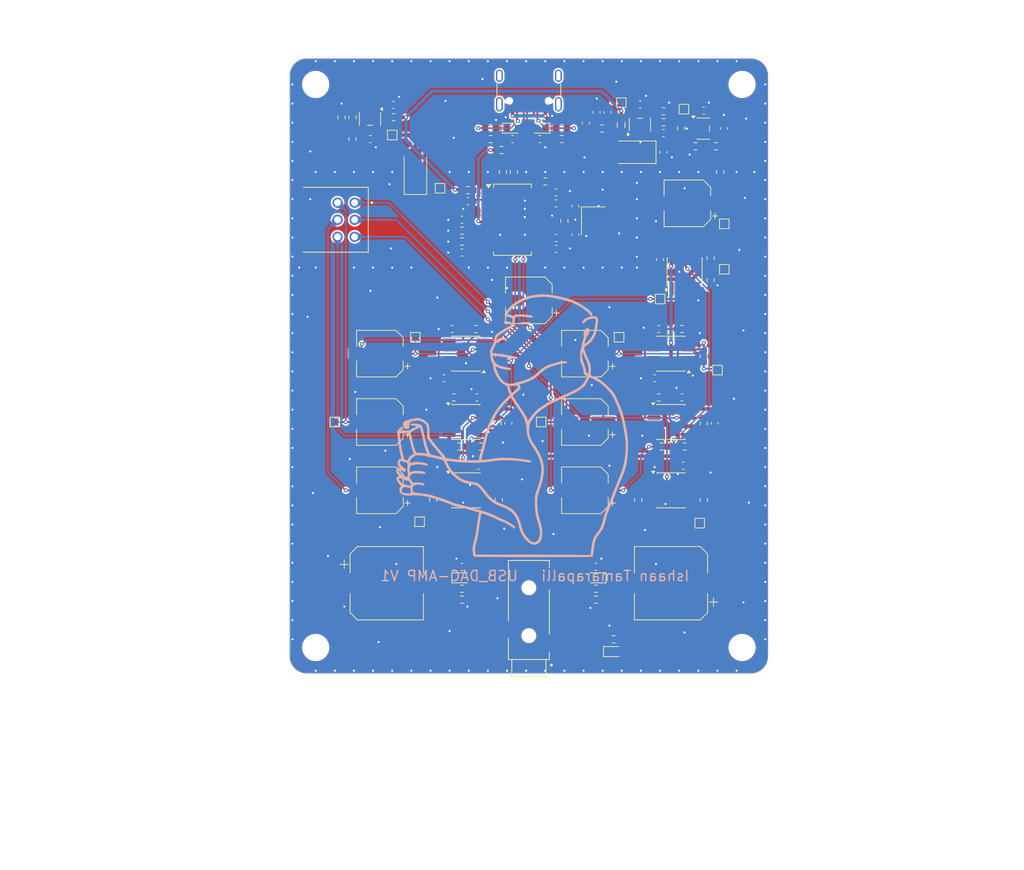
<source format=kicad_pcb>
(kicad_pcb (version 20241229) (generator "pcbnew") (generator_version "9.0")
  (layers (0 "F.Cu" signal) (4 "In1.Cu" signal) (6 "In2.Cu" signal) (2 "B.Cu" signal) (13 "F.Paste" user) (15 "B.Paste" user) (5 "F.SilkS" user "F.Silkscreen") (7 "B.SilkS" user "B.Silkscreen") (1 "F.Mask" user) (3 "B.Mask" user) (25 "Edge.Cuts" user))
  (net 0 "")
  (net 1 "+16V")
  (net 2 "+3.7V")
  (net 3 "Net-(U7A-+)")
  (net 4 "GND")
  (net 5 "/VOUTL")
  (net 6 "/VOUTR")
  (net 7 "Net-(J1-CC2)")
  (net 8 "Net-(J1-CC1)")
  (net 9 "VDDI")
  (net 10 "+5V")
  (net 11 "Net-(U3-EN)")
  (net 12 "Net-(U3-ADJ)")
  (net 13 "+16VA")
  (net 14 "+15V")
  (net 16 "/D+")
  (net 17 "/D-")
  (net 18 "Net-(U5A-+)")
  (net 19 "+15VA")
  (net 20 "Net-(U9B--)")
  (net 21 "Net-(D6-A2)")
  (net 22 "Net-(U10B--)")
  (net 23 "Net-(F1-Pad1)")
  (net 30 "VBL")
  (net 31 "VREF")
  (net 32 "Net-(U5A--)")
  (net 33 "Net-(U9A-+)")
  (net 34 "Net-(U9A--)")
  (net 35 "Net-(U7A--)")
  (net 36 "Net-(U7B--)")
  (net 37 "Net-(U10A-+)")
  (net 38 "Net-(U10A--)")
  (net 39 "Net-(U5B--)")
  (net 40 "VBR")
  (net 41 "Net-(U7B-+)")
  (net 42 "Net-(C1-Pad1)")
  (net 43 "Net-(U1-FB)")
  (net 44 "Net-(U4-VBUS)")
  (net 45 "Net-(U4-XTI)")
  (net 46 "Net-(U4-XTO)")
  (net 47 "Net-(U4-VCCXI)")
  (net 48 "Net-(U4-VCCP2I)")
  (net 49 "Net-(U4-VCCP1I)")
  (net 50 "Net-(U4-VCOM)")
  (net 51 "Net-(D5-K)")
  (net 52 "Net-(C27-Pad2)")
  (net 53 "Net-(U6B--)")
  (net 54 "Net-(U6A-+)")
  (net 55 "Net-(U6B-+)")
  (net 56 "Net-(D7-A2)")
  (net 57 "Net-(U10B-+)")
  (net 58 "Net-(U11B--)")
  (net 59 "Net-(U11A-+)")
  (net 60 "Net-(D1-A)")
  (net 61 "Net-(D2-K)")
  (net 62 "Net-(U2-ADJ)")
  (net 63 "Net-(U4-VINL)")
  (net 64 "Net-(U4-VINR)")
  (net 65 "Net-(U4-D+)")
  (net 66 "Net-(U4-D-)")
  (net 67 "Net-(U6A--)")
  (net 68 "Net-(U11A--)")
  (net 69 "Net-(U11B-+)")
  (net 74 "Net-(C39-Pad2)")
  (net 75 "Net-(C26-Pad1)")
  (net 76 "Net-(C26-Pad2)")
  (net 77 "Net-(C32-Pad2)")
  (net 78 "Net-(C38-Pad1)")
  (net 79 "Net-(C38-Pad2)")
  (net 80 "Net-(C44-Pad2)")
  (net 81 "Net-(U4-~{SSPND})")
  (footprint "Capacitor_SMD:C_0603_1608Metric" (layer "F.Cu") (at 96.6 36.8)
    (property "Reference" "C13" (hide yes))
    (property "Value" "30p")
  )
  (footprint "Capacitor_SMD:CP_Elec_10x10.5" (layer "F.Cu") (at 74.2 101.8)
    (property "Reference" "C26" (hide yes))
    (property "Value" "1000u")
  )
  (footprint "Resistor_SMD:R_0603_1608Metric" (layer "F.Cu") (at 122.40025 37.8444 180)
    (property "Reference" "R3" (hide yes))
    (property "Value" "240K")
  )
  (footprint "Resistor_SMD:R_0603_1608Metric" (layer "F.Cu") (at 121.6 57.445 -90)
    (property "Reference" "R30" (hide yes))
    (property "Value" "22K")
  )
  (footprint "Capacitor_SMD:C_0603_1608Metric" (layer "F.Cu") (at 92.6 36.8 180)
    (property "Reference" "C12" (hide yes))
    (property "Value" "30p")
  )
  (footprint "Package_SO:SOIC-8_3.9x4.9mm_P1.27mm" (layer "F.Cu") (at 115.8 68.2 180)
    (property "Reference" "U10" (hide yes))
    (property "Value" "NE5532")
  )
  (footprint "TestPoint:TestPoint_Pad_1.0x1.0mm" (layer "F.Cu") (at 123.6 49.2)
    (property "Reference" "TP3" (hide yes))
    (property "Value" "+15VA")
  )
  (footprint "TestPoint:TestPoint_Pad_1.0x1.0mm" (layer "F.Cu") (at 120 93)
    (property "Reference" "TP11" (hide yes))
    (property "Value" "buffer2_r")
  )
  (footprint "Resistor_SMD:R_0603_1608Metric" (layer "F.Cu") (at 107.4 110)
    (property "Reference" "R4" (hide yes))
    (property "Value" "1.5K")
  )
  (footprint "Resistor_SMD:R_0603_1608Metric" (layer "F.Cu") (at 123 41.6 -90)
    (property "Reference" "R1" (hide yes))
    (property "Value" "20")
  )
  (footprint "TestPoint:TestPoint_Pad_1.0x1.0mm" (layer "F.Cu") (at 79 92.8)
    (property "Reference" "TP12" (hide yes))
    (property "Value" "buffer2_l")
  )
  (footprint "Resistor_SMD:R_0603_1608Metric" (layer "F.Cu") (at 100.2 48.775 -90)
    (property "Reference" "R10" (hide yes))
    (property "Value" "1M")
  )
  (footprint "Capacitor_SMD:C_0603_1608Metric" (layer "F.Cu") (at 120.57625 32.6444)
    (property "Reference" "C6" (hide yes))
    (property "Value" "10u")
  )
  (footprint "Capacitor_SMD:C_0603_1608Metric" (layer "F.Cu") (at 83.8 64.6)
    (property "Reference" "C30" (hide yes))
    (property "Value" "2.2n")
  )
  (footprint "Imported_footprints:SJ-3524-SMT" (layer "F.Cu") (at 95 109.4625 90)
    (property "Reference" "J2" (hide yes))
    (property "Value" "SJ-3524-SMT")
  )
  (footprint "TestPoint:TestPoint_Pad_1.0x1.0mm" (layer "F.Cu") (at 108.2 65.8)
    (property "Reference" "TP14" (hide yes))
    (property "Value" "in_r")
  )
  (footprint "Capacitor_SMD:C_0603_1608Metric" (layer "F.Cu") (at 99 44.6)
    (property "Reference" "C14" (hide yes))
    (property "Value" "1u")
  )
  (footprint "Inductor_SMD:L_0805_2012Metric" (layer "F.Cu") (at 108.5 34.725 -90)
    (property "Reference" "L1" (hide yes))
    (property "Value" "10u")
  )
  (footprint "Diode_SMD:D_SMA" (layer "F.Cu") (at 78.4 41.4 90)
    (property "Reference" "D5" (hide yes))
    (property "Value" "SS14")
  )
  (footprint "Capacitor_SMD:CP_Elec_6.3x7.7" (layer "F.Cu") (at 118.2 46.2 180)
    (property "Reference" "C7" (hide yes))
    (property "Value" "100u")
  )
  (footprint "Capacitor_SMD:C_0603_1608Metric" (layer "F.Cu") (at 75.2 31.8)
    (property "Reference" "C17" (hide yes))
    (property "Value" "10u")
  )
  (footprint "Resistor_SMD:R_0603_1608Metric" (layer "F.Cu") (at 91.2 41.6 -90)
    (property "Reference" "R17" (hide yes))
    (property "Value" "22")
  )
  (footprint "Package_SO:SOIC-8_3.9x4.9mm_P1.27mm" (layer "F.Cu") (at 85.8 78.2)
    (property "Reference" "U7" (hide yes))
    (property "Value" "NE5532")
  )
  (footprint "MountingHole:MountingHole_3.5mm" (layer "F.Cu") (at 63.8 111.2)
    (property "Reference" "H3" (hide yes))
    (property "Value" "MountingHole")
  )
  (footprint "Resistor_SMD:R_0603_1608Metric" (layer "F.Cu") (at 117.8 81.8 180)
    (property "Reference" "R39" (hide yes))
    (property "Value" "22K")
  )
  (footprint "Resistor_SMD:R_0603_1608Metric" (layer "F.Cu") (at 114.7 34.325 180)
    (property "Reference" "R2" (hide yes))
    (property "Value" "1M")
  )
  (footprint "Resistor_SMD:R_0603_1608Metric" (layer "F.Cu") (at 97.4 43 180)
    (property "Reference" "R40" (hide yes))
    (property "Value" "1.5K")
  )
  (footprint "Capacitor_SMD:C_0603_1608Metric" (layer "F.Cu") (at 99 51.275)
    (property "Reference" "C20" (hide yes))
    (property "Value" "1u")
  )
  (footprint "Diode_SMD:D_0603_1608Metric" (layer "F.Cu") (at 104.8 101 180)
    (property "Reference" "D7" (hide yes))
    (property "Value" "D_TVS")
  )
  (footprint "Capacitor_SMD:C_0603_1608Metric" (layer "F.Cu") (at 99 52.875)
    (property "Reference" "C21" (hide yes))
    (property "Value" "1u")
  )
  (footprint "Resistor_SMD:R_0603_1608Metric" (layer "F.Cu") (at 69.2 33.625 90)
    (property "Reference" "R15" (hide yes))
    (property "Value" "22K")
  )
  (footprint "Capacitor_SMD:C_0603_1608Metric" (layer "F.Cu") (at 85.2 48.6 180)
    (property "Reference" "C23" (hide yes))
    (property "Value" "1u")
  )
  (footprint "Fuse:Fuse_0603_1608Metric" (layer "F.Cu") (at 103.33125 34.4625 -90)
    (property "Reference" "F1" (hide yes))
    (property "Value" "Polyfuse - 750mA")
  )
  (footprint "Package_SO:SOIC-8_3.9x4.9mm_P1.27mm" (layer "F.Cu") (at 115.8 88.2)
    (property "Reference" "U9" (hide yes))
    (property "Value" "NE5532")
  )
  (footprint "Resistor_SMD:R_0603_1608Metric" (layer "F.Cu") (at 81 89.6 -90)
    (property "Reference" "R19" (hide yes))
    (property "Value" "1")
  )
  (footprint "Resistor_SMD:R_0603_1608Metric" (layer "F.Cu") (at 121.6 54.245 -90)
    (property "Reference" "R29" (hide yes))
    (property "Value" "22K")
  )
  (footprint "Diode_SMD:D_0603_1608Metric" (layer "F.Cu") (at 96.6 35.2 180)
    (property "Reference" "D4" (hide yes))
    (property "Value" "D_TVS")
  )
  (footprint "Capacitor_SMD:C_0603_1608Metric" (layer "F.Cu") (at 99 46.2)
    (property "Reference" "C19" (hide yes))
    (property "Value" "1u")
  )
  (footprint "Resistor_SMD:R_0603_1608Metric" (layer "F.Cu") (at 111 89.6 90)
    (property "Reference" "R31" (hide yes))
    (property "Value" "1")
  )
  (footprint "Resistor_SMD:R_0603_1608Metric" (layer "F.Cu") (at 91 38.4)
    (property "Reference" "R16" (hide yes))
    (property "Value" "1.5K")
  )
  (footprint "Resistor_SMD:R_0603_1608Metric" (layer "F.Cu") (at 120.6 89.6 90)
    (property "Reference" "R38" (hide yes))
    (property "Value" "1")
  )
  (footprint "Capacitor_SMD:C_0603_1608Metric" (layer "F.Cu") (at 117.6 84.6 180)
    (property "Reference" "C36" (hide yes))
    (property "Value" "100n")
  )
  (footprint "MountingHole:MountingHole_3.5mm" (layer "F.Cu") (at 126.2 111.2)
    (property "Reference" "H4" (hide yes))
    (property "Value" "MountingHole")
  )
  (footprint "TestPoint:TestPoint_Pad_1.0x1.0mm" (layer "F.Cu") (at 78.4 65.8)
    (property "Reference" "TP13" (hide yes))
    (property "Value" "in_l")
  )
  (footprint "Capacitor_SMD:C_0603_1608Metric" (layer "F.Cu") (at 104.8 99.4 180)
    (property "Reference" "C40" (hide yes))
    (property "Value" "30p")
  )
  (footprint "Resistor_SMD:R_0603_1608Metric" (layer "F.Cu") (at 114.7 32.725)
    (property "Reference" "R7" (hide yes))
    (property "Value" "84.5K")
  )
  (footprint "Package_SO:SOIC-8_3.9x4.9mm_P1.27mm" (layer "F.Cu") (at 115.8 78.2)
    (property "Reference" "U11" (hide yes))
    (property "Value" "NE5532")
  )
  (footprint "TestPoint:TestPoint_Pad_1.0x1.0mm" (layer "F.Cu") (at 114.2 60.2)
    (property "Reference" "TP6" (hide yes))
    (property "Value" "VBL")
  )
  (footprint "Capacitor_SMD:CP_Elec_6.3x7.7" (layer "F.Cu") (at 103.2 68.2 180)
    (property "Reference" "C41" (hide yes))
    (property "Value" "100u")
  )
  (footprint "Resistor_SMD:R_0603_1608Metric" (layer "F.Cu") (at 99.8 36.8 180)
    (property "Reference" "R5" (hide yes))
    (property "Value" "5.1K")
  )
  (footprint "Capacitor_SMD:C_0603_1608Metric" (layer "F.Cu") (at 106.50625 32.8625 90)
    (property "Reference" "C2" (hide yes))
    (property "Value" "1u")
  )
  (footprint "Capacitor_SMD:C_0603_1608Metric" (layer "F.Cu") (at 114.7 35.925 180)
    (property "Reference" "C4" (hide yes))
    (property "Value" "30p")
  )
  (footprint "Capacitor_SMD:CP_Elec_6.3x7.7" (layer "F.Cu") (at 103.2 78.2 180)
    (property "Reference" "C39" (hide yes))
    (property "Value" "100u")
  )
  (footprint "Capacitor_SMD:C_0603_1608Metric" (layer "F.Cu") (at 101.8 46.6 -90)
    (property "Reference" "C15" (hide yes))
    (property "Value" "30p")
  )
  (footprint "Resistor_SMD:R_0603_1608Metric" (layer "F.Cu") (at 104.8 102.6 180)
    (property "Reference" "FB5" (hide yes))
    (property "Value" "120R")
  )
  (footprint "Package_SO:SOIC-8_3.9x4.9mm_P1.27mm" (layer "F.Cu") (at 85.8 68.2 180)
    (property "Reference" "U6" (hide yes))
    (property "Value" "NE5532")
  )
  (footprint "Resistor_SMD:R_0603_1608Metric" (layer "F.Cu") (at 90.6 68.4 90)
    (property "Reference" "R20" (hide yes))
    (property "Value" "22K")
  )
  (footprint "Resistor_SMD:R_0603_1608Metric" (layer "F.Cu") (at 86.1 44.275)
    (property "Reference" "R9" (hide yes))
    (property "Value" "1")
  )
  (footprint "Resistor_SMD:R_0603_1608Metric" (layer "F.Cu") (at 92.8 41.6 -90)
    (property "Reference" "R18" (hide yes))
    (property "Value" "22")
  )
  (footprint "Crystal:Crystal_SMD_3225-4Pin_3.2x2.5mm" (layer "F.Cu") (at 104.4 48.775 -90)
    (property "Reference" "Y1" (hide yes))
    (property "Value" "12 MHz Crystal")
  )
  (footprint "Resistor_SMD:R_0603_1608Metric" (layer "F.Cu") (at 119.37625 37.8444 180)
    (property "Reference" "R8" (hide yes))
    (property "Value" "22K")
  )
  (footprint "Capacitor_SMD:C_0603_1608Metric" (layer "F.Cu") (at 71.8 36.8)
    (property "Reference" "C18" (hide yes))
    (property "Value" "10u")
  )
  (footprint "Capacitor_SMD:C_0603_1608Metric" (layer "F.Cu") (at 99.8 35.2 180)
    (property "Reference" "C9" (hide yes))
    (property "Value" "30p")
  )
  (footprint "Capacitor_SMD:C_0603_1608Metric" (layer "F.Cu") (at 114.2 54.445 -90)
    (property "Reference" "C34" (hide yes))
    (property "Value" "100n")
  )
  (footprint "Capacitor_SMD:C_0603_1608Metric" (layer "F.Cu") (at 92 78.4 90)
    (property "Reference" "C31" (hide yes))
    (property "Value" "30p")
  )
  (footprint "Resistor_SMD:R_0603_1608Metric" (layer "F.Cu") (at 117.4 64.6)
    (property "Reference" "R33" (hide yes))
    (property "Value" "1.5K")
  )
  (footprint "Resistor_SMD:R_0603_1608Metric" (layer "F.Cu") (at 75.2 33.6 180)
    (property "Reference" "FB3" (hide yes))
    (property "Value" "120R")
  )
  (footprint "Capacitor_SMD:C_0603_1608Metric" (layer "F.Cu") (at 104.90625 32.8625 90)
    (property "Reference" "C1" (hide yes))
    (property "Value" "1u")
  )
  (footprint "Resistor_SMD:R_0603_1608Metric" (layer "F.Cu") (at 90.6 89.6 90)
    (property "Reference" "R27" (hide yes))
    (property "Value" "1")
  )
  (footprint "Capacitor_SMD:C_0603_1608Metric" (layer "F.Cu") (at 122.2 78.4 90)
    (property "Reference" "C43" (hide yes))
    (property "Value" "30p")
  )
  (footprint "Resistor_SMD:R_0603_1608Metric" (layer "F.Cu") (at 114 74.6 180)
    (property "Reference" "R37" (hide yes))
    (property "Value" "1.5K")
  )
  (footprint "Package_SO:SSOP-28_5.3x10.2mm_P0.65mm" (layer "F.Cu") (at 92.6 48.6)
    (property "Reference" "U4" (hide yes))
    (property "Value" "PCM2900C")
  )
  (footprint "Capacitor_SMD:C_0603_1608Metric" (layer "F.Cu") (at 89.4 35.2)
    (property "Reference" "C10" (hide yes))
    (property "Value" "30p")
  )
  (footprint "TestPoint:TestPoint_Pad_1.0x1.0mm" (layer "F.Cu") (at 96.8 78.2)
    (property "Reference" "TP16" (hide yes))
    (property "Value" "buffer1_r")
  )
  (footprint "Resistor_SMD:R_0603_1608Metric" (layer "F.Cu") (at 67.6 33.625 90)
    (property "Reference" "R14" (hide yes))
    (property "Value" "22K")
  )
  (footprint "Capacitor_SMD:C_0603_1608Metric" (layer "F.Cu") (at 114 64.6)
    (property "Reference" "C42" (hide yes))
    (property "Value" "2.2n")
  )
  (footprint "TestPoint:TestPoint_Pad_1.0x1.0mm" (layer "F.Cu") (at 117.69275 32.4094)
    (property "Reference" "TP2" (hide yes))
    (property "Value" "+16V")
  )
  (footprint "Capacitor_SMD:C_0603_1608Metric" (layer "F.Cu") (at 101.8 50.8 90)
    (property "Reference" "C16" (hide yes))
    (property "Value" "30p")
  )
  (footprint "Capacitor_SMD:CP_Elec_6.3x7.7" (layer "F.Cu") (at 73.2 78.2 180)
    (property "Reference" "C27" (hide yes))
    (property "Value" "100u")
  )
  (footprint "Resistor_SMD:R_0603_1608Metric" (layer "F.Cu") (at 84 74.6 180)
    (property "Reference" "R26" (hide yes))
    (property "Value" "1.5K")
  )
  (footprint "Capacitor_SMD:C_0603_1608Metric" (layer "F.Cu") (at 87.4 74.6 180)
    (property "Reference" "C33" (hide yes))
    (property "Value" "100n")
  )
  (footprint "Capacitor_SMD:C_0603_1608Metric" (layer "F.Cu") (at 87.6 84.6 180)
    (property "Reference" "C24" (hide yes))
    (property "Value" "100n")
  )
  (footprint "Resistor_SMD:R_0603_1608Metric" (layer "F.Cu") (at 120.6 68.6 90)
    (property "Reference" "R32" (hide yes))
    (property "Value" "22K")
  )
  (footprint "Resistor_SMD:R_0603_1608Metric" (layer "F.Cu") (at 117.29275 35.2094 -90)
    (property "Reference" "FB2" (hide yes))
    (property "Value" "120R")
  )
  (footprint "Resistor_SMD:R_0603_1608Metric" (layer "F.Cu") (at 69.2 36.8 90)
    (property "Reference" "R13" (hide yes))
    (property "Value" "22K")
  )
  (footprint "Capacitor_SMD:CP_Elec_6.3x7.7" (layer "F.Cu") (at 73.2 88.2 180)
    (property "Reference" "C32" (hide yes))
    (property "Value" "100u")
  )
  (footprint "Diode_SMD:D_SMA" (layer "F.Cu") (at 110.1 38.725 180)
    (property "Reference" "D1" (hide yes))
    (property "Value" "SS14")
  )
  (footprint "Imported_footprints:TRIM_PTN092-H20115K1A" (layer "F.Cu") (at 67 48.6 -90)
    (property "Reference" "R21" (hide yes))
    (property "Value" "PTN092-H20115K1A")
  )
  (footprint "Capacitor_SMD:C_0603_1608Metric" (layer "F.Cu") (at 111.3 31.725)
    (property "Reference" "C3" (hide yes))
    (property "Value" "10u")
  )
  (footprint "Connector_USB:USB_C_Receptacle_GCT_USB4105-xx-A_16P_TopMnt_Horizontal" (layer "F.Cu") (at 95 28.6 180)
    (property "Reference" "J1" (hide yes))
    (property "Value" "USB_C_Receptacle")
  )
  (footprint "TestPoint:TestPoint_Pad_1.0x1.0mm" (layer "F.Cu") (at 82 44)
    (property "Reference" "TP5" (hide yes))
    (property "Value" "U1_VCCI")
  )
  (footprint "Capacitor_SMD:C_0603_1608Metric" (layer "F.Cu") (at 85.2 53.4 180)
    (property "Reference" "C22" (hide yes))
    (property "Value" "10u")
  )
  (footprint "Capacitor_SMD:CP_Elec_10x10.5" (layer "F.Cu") (at 115.8 101.8 180)
    (property "Reference" "C38" (hide yes))
    (property "Value" "1000u")
  )
  (footprint "Resistor_SMD:R_0603_1608Metric" (layer "F.Cu") (at 90.4 78.4 -90)
    (property "Reference" "R24" (hide yes))
    (property "Value" "5.1K")
  )
  (footprint "Capacitor_SMD:CP_Elec_6.3x7.7" (layer "F.Cu") (at 73.2 68.2 180)
    (property "Reference" "C29" (hide yes))
    (property "Value" "100u")
  )
  (footprint "Capacitor_SMD:C_0603_1608Metric" (layer "F.Cu") (at 86.1 45.875 180)
    (property "Reference" "C11" (hide yes))
    (property "Value" "1u")
  )
  (footprint "Resistor_SMD:R_0603_1608Metric" (layer "F.Cu") (at 85.2 102.6)
    (property "Reference" "FB4" (hide yes))
    (property "Value" "120R")
  )
  (footprint "Capacitor_SMD:C_0603_1608Metric" (layer "F.Cu") (at 113.4 71.8 180)
    (property "Reference" "C37" (hide yes))
    (property "Value" "100n")
  )
  (footprint "Resistor_SMD:R_0603_1608Metric" (layer "F.Cu") (at 85.2 104.2)
    (property "Reference" "R23" (hide yes))
    (property "Value" "1.5K")
  )
  (footprint "Package_TO_SOT_SMD:SOT-23-5" (layer "F.Cu") (at 111.25 34.6625 90)
    (property "Reference" "U1" (hide yes))
    (property "Value" "TPS61040DBV")
  )
  (footprint "Diode_SMD:D_0603_1608Metric" (layer "F.Cu") (at 92.6 35.2)
    (property "Reference" "D3" (hide yes))
    (property "Value" "D_TVS")
  )
  (footprint "Resistor_SMD:R_0603_1608Metric" (layer "F.Cu") (at 87.2 64.6 180)
    (property "Reference" "R22" (hide yes))
    (property "Value" "1.5K")
  )
  (footprint "Capacitor_SMD:C_0603_1608Metric" (layer "F.Cu") (at 117.4 74.6 180)
    (property "Reference" "C45" (hide yes))
    (property "Value" "100n")
  )
  (footprint "Package_SO:SOIC-8_3.9x4.9mm_P1.27mm" (layer "F.Cu") (at 117.8 56.245 90)
    (property "Reference" "U8" (hide yes))
    (property "Value" "NE5532")
  )
  (footprint "Resistor_SMD:R_0603_1608Metric" (layer "F.Cu") (at 85.2 50.2)
    (property "Reference" "R11" (hide yes))
    (property "Value" "5.1K")
  )
  (footprint "TestPoint:TestPoint_Pad_1.0x1.0mm" (layer "F.Cu") (at 122.6 70.6)
    (property "Reference" "TP8" (hide yes))
    (property "Value" "VBR")
  )
  (footprint "TestPoint:TestPoint_Pad_1.0x1.0mm" (layer "F.Cu") (at 123.6 55.845)
    (property "Reference" "TP7" (hide yes))
    (property "Value" "VREF")
  )
  (footprint "Resistor_SMD:R_0603_1608Metric" (layer "F.Cu") (at 114.4 81.8)
    (property "Reference" "R36" (hide yes))
    (property "Value" "22K")
  )
  (footprint "TestPoint:TestPoint_Pad_1.0x1.0mm" (layer "F.Cu") (at 108.53125 31.4625)
    (property "Reference" "TP1" (hide yes))
    (property "Value" "+5V")
  )
  (footprint "Package_TO_SOT_SMD:SOT-23-5" (layer "F.Cu") (at 120.53125 35.2594)
    (property "Reference" "U2" (hide yes))
    (property "Value" "SPX3819M5-L")
  )
  (footprint "TestPoint:TestPoint_Pad_1.0x1.0mm" (layer "F.Cu") (at 66.6 78.2)
    (property "Reference" "TP15" (hide yes))
    (property "Value" "buffer1_l")
  )
  (footprint "Package_SO:SOIC-8_3.9x4.9mm_P1.27mm" (layer "F.Cu") (at 85.8 88.2)
    (property "Reference" "U5" (hide yes))
    (property "Value" "NE5532")
  )
  (footprint "Capacitor_SMD:CP_Elec_6.3x7.7" (layer "F.Cu") (at 103.2 88.2 180)
    (property "Reference" "C44" (hide yes))
    (property "Value" "100u")
  )
  (footprint "Resistor_SMD:R_0603_1608Metric" (layer "F.Cu") (at 85.2 51.8)
    (property "Reference" "R12" (hide yes))
    (property "Value" "5.1K")
  )
  (footprint "LED_SMD:LED_0603_1608Metric" (layer "F.Cu") (at 107.4 111.8)
    (property "Reference" "D2" (hide yes))
    (property "Value" "LED")
  )
  (footprint "TestPoint:TestPoint_Pad_1.0x1.0mm" (layer "F.Cu") (at 75 36.2)
    (property "Reference" "TP4" (hide yes))
    (property "Value" "+3.7V")
  )
  (footprint "Resistor_SMD:R_0603_1608Metric" (layer "F.Cu") (at 104.8 104.2 180)
    (property "Reference" "R34" (hide yes))
    (property "Value" "1.5K")
  )
  (footprint "Resistor_SMD:R_0603_1608Metric" (layer "F.Cu") (at 88 81.8 180)
    (property "Reference" "R28" (hide yes))
    (property "Value" "22K")
  )
  (footprint "Diode_SMD:D_0603_1608Metric" (layer "F.Cu") (at 85.2 101)
    (property "Reference" "D6" (hide yes))
    (property "Value" "D_TVS")
  )
  (footprint "Capacitor_SMD:C_0603_1608Metric" (layer "F.Cu") (at 85.2 99.4)
    (property "Reference" "C28" (hide yes))
    (property "Value" "30p")
  )
  (footprint "Capacitor_SMD:C_0603_1608Metric" (layer "F.Cu") (at 82.6 71.8 180)
    (property "Reference" "C25" (hide yes))
    (property "Value" "100n")
  )
  (footprint "Resistor_SMD:R_0603_1608Metric" (layer "F.Cu") (at 84.8 81.8)
    (property "Reference" "R25" (hide yes))
    (property "Value" "22K")
  )
  (footprint "Resistor_SMD:R_0603_1608Metric" (layer "F.Cu") (at 120.6 78.4 -90)
    (property "Reference" "R35" (hide yes))
    (property "Value" "5.1K")
  )
  (footprint "Resistor_SMD:R_0603_1608Metric" (layer "F.Cu") (at 89.4 36.8)
    (property "Reference" "R6" (hide yes))
    (property "Value" "5.1K")
  )
  (footprint "Resistor_SMD:R_0603_1608Metric" (layer "F.Cu") (at 105.73125 35.2625)
    (property "Reference" "FB1" (hide yes))
    (property "Value" "120R")
  )
  (footprint "Capacitor_SMD:CP_Elec_6.3x7.7" (layer "F.Cu") (at 95 60.4 180)
    (property "Reference" "C35" (hide yes))
    (property "Value" "100u")
  )
  (footprint "Package_TO_SOT_SMD:SOT-23-5" (layer "F.Cu") (at 71.75 33.8625 -90)
    (property "Reference" "U3" (hide yes))
    (property "Value" "SPX3819M5-L")
  )
  (footprint "Capacitor_SMD:C_0603_1608Metric" (layer "F.Cu") (at 114.7 38.725 -90)
    (property "Reference" "C5" (hide yes))
    (property "Value" "10u")
  )
  (footprint "MountingHole:MountingHole_3.5mm" (layer "F.Cu") (at 63.8 28.8)
    (property "Reference" "H1" (hide yes))
    (property "Value" "MountingHole")
  )
  (footprint "MountingHole:MountingHole_3.5mm" (layer "F.Cu") (at 126.2 28.8)
    (property "Reference" "H2" (hide yes))
    (property "Value" "MountingHole")
  )
  (footprint "Capacitor_SMD:C_0603_1608Metric" (layer "F.Cu") (at 123.57625 35.2444 90)
    (property "Reference" "C8" (hide yes))
    (property "Value" "10u")
  )
  (footprint "LOGO" (layer "B.Cu") (at 92.2 75.2 180)
    (property "Reference" "G***" (hide yes))
    (property "Value" "LOGO" (hide yes))
  )
  (gr_line (start 130 27.5) (end 130 112.5) (stroke (width 0.05)) (layer "Edge.Cuts"))
  (gr_arc (start 60 27.5) (mid 60.732233 25.732233) (end 62.5 25) (stroke (width 0.05)) (layer "Edge.Cuts"))
  (gr_line (start 127.5 115) (end 62.5 115) (stroke (width 0.05)) (layer "Edge.Cuts"))
  (gr_arc (start 127.5 25) (mid 129.267767 25.732233) (end 130 27.5) (stroke (width 0.05)) (layer "Edge.Cuts"))
  (gr_line (start 62.5 25) (end 127.5 25) (stroke (width 0.05)) (layer "Edge.Cuts"))
  (gr_line (start 60 112.5) (end 60 27.5) (stroke (width 0.05)) (layer "Edge.Cuts"))
  (gr_arc (start 62.5 115) (mid 60.732233 114.267767) (end 60 112.5) (stroke (width 0.05)) (layer "Edge.Cuts"))
  (gr_arc (start 130 112.5) (mid 129.267767 114.267767) (end 127.5 115) (stroke (width 0.05)) (layer "Edge.Cuts"))
  (gr_text "Ishaan Tamarapalli   USB_DAC-AMP V1\n" (at 118.6 101.6 0) (layer "B.SilkS") (effects (font (size 1.5 1.5) (thickness 0.2)) (justify left bottom mirror)))
  (segment (start 117.69275 32.4094) (end 117.4406 32.4094) (width 0.25) (layer "F.Cu") (net 1))
  (segment (start 115.475 35.925) (end 115.475 37.175) (width 0.5) (layer "F.Cu") (net 1))
  (segment (start 114.8675 38.1175) (end 114.7 37.95) (width 0.5) (layer "F.Cu") (net 1))
  (segment (start 117.18335 35.925) (end 117.29275 36.0344) (width 0.5) (layer "F.Cu") (net 1))
  (segment (start 115.475 34.375) (end 115.525 34.325) (width 0.5) (layer "F.Cu") (net 1))
  (segment (start 115.475 35.925) (end 117.18335 35.925) (width 0.5) (layer "F.Cu") (net 1))
  (segment (start 114.7 37.95) (end 112.875 37.95) (width 0.5) (layer "F.Cu") (net 1))
  (segment (start 115.475 35.925) (end 115.475 34.375) (width 0.5) (layer "F.Cu") (net 1))
  (segment (start 112.875 37.95) (end 112.1 38.725) (width 0.5) (layer "F.Cu") (net 1))
  (segment (start 115.475 37.175) (end 114.7 37.95) (width 0.5) (layer "F.Cu") (net 1))
  (segment (start 117.4406 32.4094) (end 115.525 34.325) (width 0.25) (layer "F.Cu") (net 1))
  (segment (start 77.4 36.2) (end 78.4 37.2) (width 0.5) (layer "F.Cu") (net 2))
  (segment (start 69.2 37.625) (end 70.2 37.625) (width 0.5) (layer "F.Cu") (net 2))
  (segment (start 71.025 36.675) (end 72.7 35) (width 0.5) (layer "F.Cu") (net 2))
  (segment (start 72.7 35) (end 74.2 35) (width 0.5) (layer "F.Cu") (net 2))
  (segment (start 71.025 36.8) (end 71.025 36.675) (width 0.5) (layer "F.Cu") (net 2))
  (segment (start 70.2 37.625) (end 71.025 36.8) (width 0.5) (layer "F.Cu") (net 2))
  (segment (start 78.4 37.2) (end 78.4 39.4) (width 0.5) (layer "F.Cu") (net 2))
  (segment (start 74.2 35) (end 75.2 36) (width 0.5) (layer "F.Cu") (net 2))
  (segment (start 75 36.2) (end 77.4 36.2) (width 0.5) (layer "F.Cu") (net 2))
  (segment (start 84.435 78.835) (end 83.325 78.835) (width 0.25) (layer "F.Cu") (net 3))
  (segment (start 85.2 80.6) (end 85.2 79.6) (width 0.25) (layer "F.Cu") (net 3))
  (segment (start 83.975 81.8) (end 84 81.8) (width 0.25) (layer "F.Cu") (net 3))
  (segment (start 85.2 79.6) (end 84.435 78.835) (width 0.25) (layer "F.Cu") (net 3))
  (segment (start 83.975 81.8) (end 82.3 81.8) (width 0.25) (layer "F.Cu") (net 3))
  (segment (start 82.3 81.8) (end 75.9 88.2) (width 0.25) (layer "F.Cu") (net 3))
  (segment (start 84 81.8) (end 85.2 80.6) (width 0.25) (layer "F.Cu") (net 3))
  (segment (start 101.8 50.025) (end 101.8 48.6) (width 0.25) (layer "F.Cu") (net 4))
  (segment (start 98.2 33.2) (end 98.4 33.4) (width 0.5) (layer "F.Cu") (net 4))
  (segment (start 91.8 33.4) (end 91.6 33.6) (width 0.4) (layer "F.Cu") (net 4))
  (segment (start 105.25 47.675) (end 105.25 46.65) (width 0.5) (layer "F.Cu") (net 4))
  (segment (start 85.4 90) (end 83.43 90) (width 0.25) (layer "F.Cu") (net 4))
  (segment (start 103.55 49.875) (end 103.55 50.85) (width 0.5) (layer "F.Cu") (net 4))
  (segment (start 91.8 32.39) (end 91.8 33.4) (width 0.4) (layer "F.Cu") (net 4))
  (segment (start 103.55 50.85) (end 103.4 51) (width 0.5) (layer "F.Cu") (net 4))
  (segment (start 83.43 90) (end 83.325 90.105) (width 0.25) (layer "F.Cu") (net 4))
  (segment (start 98.2 32.39) (end 98.2 33.2) (width 0.5) (layer "F.Cu") (net 4))
  (segment (start 69.2 32.8) (end 67.6 32.8) (width 0.5) (layer "F.Cu") (net 4))
  (segment (start 101.8 48.6) (end 101.8 47.375) (width 0.25) (layer "F.Cu") (net 4))
  (segment (start 105.25 46.65) (end 105.2 46.6) (width 0.5) (layer "F.Cu") (net 4))
  (via (at 113.4 84.8) (size 0.6) (drill 0.3) (layers "F.Cu" "B.Cu") (net 4))
  (via (at 115.93125 39.4625) (size 0.6) (drill 0.3) (layers "F.Cu" "B.Cu") (net 4))
  (via (at 69.4 25.4) (size 0.6) (drill 0.3) (layers "F.Cu" "B.Cu") (net 4))
  (via (at 128 41.6) (size 0.6) (drill 0.3) (layers "F.Cu" "B.Cu") (net 4))
  (via (at 129.6 73.6) (size 0.6) (drill 0.3) (layers "F.Cu" "B.Cu") (net 4))
  (via (at 100.2 114.6) (size 0.6) (drill 0.3) (layers "F.Cu" "B.Cu") (net 4))
  (via (at 129.6 79.2) (size 0.6) (drill 0.3) (layers "F.Cu" "B.Cu") (net 4))
  (via (at 104.2 72.8) (size 0.6) (drill 0.3) (layers "F.Cu" "B.Cu") (net 4))
  (via (at 60.4 101.6) (size 0.6) (drill 0.3) (layers "F.Cu" "B.Cu") (net 4))
  (via (at 67.6 31.6) (size 0.6) (drill 0.3) (layers "F.Cu" "B.Cu") (net 4))
  (via (at 121.6 85.6) (size 0.6) (drill 0.3) (layers "F.Cu" "B.Cu") (net 4))
  (via (at 74.6 43.4) (size 0.6) (drill 0.3) (layers "F.Cu" "B.Cu") (net 4))
  (via (at 73 110.4) (size 0.6) (drill 0.3) (layers "F.Cu" "B.Cu") (net 4))
  (via (at 129.6 104.4) (size 0.6) (drill 0.3) (layers "F.Cu" "B.Cu") (net 4))
  (via (at 104.93125 30.8625) (size 0.6) (drill 0.3) (layers "F.Cu" "B.Cu") (net 4))
  (via (at 60.4 31.6) (size 0.6) (drill 0.3) (layers "F.Cu" "B.Cu") (net 4))
  (via (at 125.4 114.6) (size 0.6) (drill 0.3) (layers "F.Cu" "B.Cu") (net 4))
  (via (at 60.4 79.2) (size 0.6) (drill 0.3) (layers "F.Cu" "B.Cu") (net 4))
  (via (at 60.4 98.8) (size 0.6) (drill 0.3) (layers "F.Cu" "B.Cu") (net 4))
  (via (at 106.8 84.6) (size 0.6) (drill 0.3) (layers "F.Cu" "B.Cu") (net 4))
  (via (at 117 114.6) (size 0.6) (drill 0.3) (layers "F.Cu" "B.Cu") (net 4))
  (via (at 80 76.4) (size 0.6) (drill 0.3) (layers "F.Cu" "B.Cu") (net 4))
  (via (at 63 38.6) (size 0.6) (drill 0.3) (layers "F.Cu" "B.Cu") (net 4))
  (via (at 103 41.6) (size 0.6) (drill 0.3) (layers "F.Cu" "B.Cu") (net 4))
  (via (at 60.4 48.4) (size 0.6) (drill 0.3) (layers "F.Cu" "B.Cu") (net 4))
  (via (at 110.8 43.2) (size 0.6) (drill 0.3) (layers "F.Cu" "B.Cu") (net 4))
  (via (at 86.6 73.4) (size 0.6) (drill 0.3) (layers "F.Cu" "B.Cu") (net 4))
  (via (at 75.6 99) (size 0.6) (drill 0.3) (layers "F.Cu" "B.Cu") (net 4))
  (via (at 123.53125 33.2625) (size 0.6) (drill 0.3) (layers "F.Cu" "B.Cu") (net 4))
  (via (at 105.8 25.4) (size 0.6) (drill 0.3) (layers "F.Cu" "B.Cu") (net 4))
  (via (at 129.6 48.4) (size 0.6) (drill 0.3) (layers "F.Cu" "B.Cu") (net 4))
  (via (at 98.6 94.6) (size 0.6) (drill 0.3) (layers "F.Cu" "B.Cu") (net 4))
  (via (at 111.4 71.8) (size 0.6) (drill 0.3) (layers "F.Cu" "B.Cu") (net 4))
  (via (at 117 25.4) (size 0.6) (drill 0.3) (layers "F.Cu" "B.Cu") (net 4))
  (via (at 65.6 97.8) (size 0.6) (drill 0.3) (layers "F.Cu" "B.Cu") (net 4))
  (via (at 129.6 31.6) (size 0.6) (drill 0.3) (layers "F.Cu" "B.Cu") (net 4))
  (via (at 129.6 59.6) (size 0.6) (drill 0.3) (layers "F.Cu" "B.Cu") (net 4))
  (via (at 106.8 108) (size 0.6) (drill 0.3) (layers "F.Cu" "B.Cu") (net 4))
  (via (at 105.8 114.6) (size 0.6) (drill 0.3) (layers "F.Cu" "B.Cu") (net 4))
  (via (at 100.2 41.6) (size 0.6) (drill 0.3) (layers "F.Cu" "B.Cu") (net 4))
  (via (at 111.4 25.4) (size 0.6) (drill 0.3) (layers "F.Cu" "B.Cu") (net 4))
  (via (at 129.6 82) (size 0.6) (drill 0.3) (layers "F.Cu" "B.Cu") (net 4))
  (via (at 103 25.4) (size 0.6) (drill 0.3) (layers "F.Cu" "B.Cu") (net 4))
  (via (at 103.4 51) (size 0.6) (drill 0.3) (layers "F.Cu" "B.Cu") (net 4))
  (via (at 68.8 83.6) (size 0.6) (drill 0.3) (layers "F.Cu" "B.Cu") (net 4))
  (via (at 75 114.6) (size 0.6) (drill 0.3) (layers "F.Cu" "B.Cu") (net 4))
  (via (at 125.4 25.4) (size 0.6) (drill 0.3) (layers "F.Cu" "B.Cu") (net 4))
  (via (at 60.4 56.8) (size 0.6) (drill 0.3) (layers "F.Cu" "B.Cu") (net 4))
  (via (at 63.4 88.6) (size 0.6) (drill 0.3) (layers "F.Cu" "B.Cu") (net 4))
  (via (at 100.2 25.4) (size 0.6) (drill 0.3) (layers "F.Cu" "B.Cu") (net 4))
  (via (at 90.4 104) (size 0.6) (drill 0.3) (layers "F.Cu" "B.Cu") (net 4))
  (via (at 85.4 47) (size 0.6) (drill 0.3) (layers "F.Cu" "B.Cu") (net 4))
  (via (at 103.13125 39.4625) (size 0.6) (drill 0.3) (layers "F.Cu" "B.Cu") (net 4))
  (via (at 129.6 110) (size 0.6) (drill 0.3) (layers "F.Cu" "B.Cu") (net 4))
  (via (at 101 52.8) (size 0.6) (drill 0.3) (layers "F.Cu" "B.Cu") (net 4))
  (via (at 97.4 25.4) (size 0.6) (drill 0.3) (layers "F.Cu" "B.Cu") (net 4))
  (via (at 91.8 58.6) (size 0.6) (drill 0.3) (layers "F.Cu" "B.Cu") (net 4))
  (via (at 129.6 68) (size 0.6) (drill 0.3) (layers "F.Cu" "B.Cu") (net 4))
  (via (at 119.8 60.4) (size 0.6) (drill 0.3) (layers "F.Cu" "B.Cu") (net 4))
  (via (at 97.4 114.6) (size 0.6) (drill 0.3) (layers "F.Cu" "B.Cu") (net 4))
  (via (at 74.8 52.8) (size 0.6) (drill 0.3) (layers "F.Cu" "B.Cu") (net 4))
  (via (at 86.2 114.6) (size 0.6) (drill 0.3) (layers "F.Cu" "B.Cu") (net 4))
  (via (at 111.33125 37.2625) (size 0.6) (drill 0.3) (layers "F.Cu" "B.Cu") (net 4))
  (via (at 60.4 28.8) (size 0.6) (drill 0.3) (layers "F.Cu" "B.Cu") (net 4))
  (via (at 129.6 51.2) (size 0.6) (drill 0.3) (layers "F.Cu" "B.Cu") (net 4))
  (via (at 97 81) (size 0.6) (drill 0.3) (layers "F.Cu" "B.Cu") (net 4))
  (via (at 125.8 53) (size 0.6) (drill 0.3) (layers "F.Cu" "B.Cu") (net 4))
  (via (at 101 44.4) (size 0.6) (drill 0.3) (layers "F.Cu" "B.Cu") (net 4))
  (via (at 83.2 50.2) (size 0.6) (drill 0.3) (layers "F.Cu" "B.Cu") (net 4))
  (via (at 129.6 37.2) (size 0.6) (drill 0.3) (layers "F.Cu" "B.Cu") (net 4))
  (via (at 77.8 25.4) (size 0.6) (drill 0.3) (layers "F.Cu" "B.Cu") (net 4))
  (via (at 110.8 45.6) (size 0.6) (drill 0.3) (layers "F.Cu" "B.Cu") (net 4))
  (via (at 112 94) (size 0.6) (drill 0.3) (layers "F.Cu" "B.Cu") (net 4))
  (via (at 86.2 25.4) (size 0.6) (drill 0.3) (layers "F.Cu" "B.Cu") (net 4))
  (via (at 62.6 62.8) (size 0.6) (drill 0.3) (layers "F.Cu" "B.Cu") (net 4))
  (via (at 105.8 44.2) (size 0.6) (drill 0.3) (layers "F.Cu" "B.Cu") (net 4))
  (via (at 111.8 64.4) (size 0.6) (drill 0.3) (layers "F.Cu" "B.Cu") (net 4))
  (via (at 117 56.2) (size 0.6) (drill 0.3) (layers "F.Cu" "B.Cu") (net 4))
  (via (at 113.6 48.8) (size 0.6) (drill 0.3) (layers "F.Cu" "B.Cu") (net 4))
  (via (at 91.6 33.6) (size 0.6) (drill 0.3) (layers "F.Cu" "B.Cu") (net 4))
  (via (at 86 105.2) (size 0.6) (drill 0.3) (layers "F.Cu" "B.Cu") (net 4))
  (via (at 104 105.4) (size 0.6) (drill 0.3) (layers "F.Cu" "B.Cu") (net 4))
  (via (at 116.6 73.2) (size 0.6) (drill 0.3) (layers "F.Cu" "B.Cu") (net 4))
  (via (at 126.6 45.4) (size 0.6) (drill 0.3) (layers "F.Cu" "B.Cu") (net 4))
  (via (at 81.6 84.8) (size 0.6) (drill 0.3) (layers "F.Cu" "B.Cu") (net 4))
  (via (at 60.4 104.4) (size 0.6) (drill 0.3) (layers "F.Cu" "B.Cu") (net 4))
  (via (at 121.33125 31.4625) (size 0.6) (drill 0.3) (layers "F.Cu" "B.Cu") (net 4))
  (via (at 66.6 114.6) (size 0.6) (drill 0.3) (layers "F.Cu" "B.Cu") (net 4))
  (via (at 129.6 28.8) (size 0.6) (drill 0.3) (layers "F.Cu" "B.Cu") (net 4))
  (via (at 129.6 90.4) (size 0.6) (drill 0.3) (layers "F.Cu" "B.Cu") (net 4))
  (via (at 97.4 41.6) (size 0.6) (drill 0.3) (layers "F.Cu" "B.Cu") (net 4))
  (via (at 63.8 114.6) (size 0.6) (drill 0.3) (layers "F.Cu" "B.Cu") (net 4))
  (via (at 126.8 33.8) (size 0.6) (drill 0.3) (layers "F.Cu" "B.Cu") (net 4))
  (via (at 89 25.4) (size 0.6) (drill 0.3) (layers "F.Cu" "B.Cu") (net 4))
  (via (at 108.6 25.4) (size 0.6) (drill 0.3) (layers "F.Cu" "B.Cu") (net 4))
  (via (at 129.6 40) (size 0.6) (drill 0.3) (layers "F.Cu" "B.Cu") (net 4))
  (via (at 115.53125 31.4625) (size 0.6) (drill 0.3) (layers "F.Cu" "B.Cu") (net 4))
  (via (at 91.4 93.8) (size 0.6) (drill 0.3) (layers "F.Cu" "B.Cu") (net 4))
  (via (at 80.6 25.4) (size 0.6) (drill 0.3) (layers "F.Cu" "B.Cu") (net 4))
  (via (at 75 55.6) (size 0.6) (drill 0.3) (layers "F.Cu" "B.Cu") (net 4))
  (via (at 94.6 114.6) (size 0.6) (drill 0.3) (layers "F.Cu" "B.Cu") (net 4))
  (via (at 105.2 46.6) (size 0.6) (drill 0.3) (layers "F.Cu" "B.Cu") (net 4))
  (via (at 118.13125 35.2625) (size 0.6) (drill 0.3) (layers "F.Cu" "B.Cu") (net 4))
  (via (at 94 86.6) (size 0.6) (drill 0.3) (layers "F.Cu" "B.Cu") (net 4))
  (via (at 101.8 48.6) (size 0.6) (drill 0.3) (layers "F.Cu" "B.Cu") (net 4))
  (via (at 80.6 114.6) (size 0.6) (drill 0.3) (layers "F.Cu" "B.Cu") (net 4))
  (via (at 71.8 59) (size 0.6) (drill 0.3) (layers "F.Cu" "B.Cu") (net 4))
  (via (at 129.6 34.4) (size 0.6) (drill 0.3) (layers "F.Cu" "B.Cu") (net 4))
  (via (at 72.2 55.6) (size 0.6) (drill 0.3) (layers "F.Cu" "B.Cu") (net 4))
  (via (at 117.8 44) (size 0.6) (drill 0.3) (layers "F.Cu" "B.Cu") (net 4))
  (via (at 110.8 55.6) (size 0.6) (drill 0.3) (layers "F.Cu" "B.Cu") (net 4))
  (via (at 84.4 98.2) (size 0.6) (drill 0.3) (layers "F.Cu" "B.Cu") (net 4))
  (via (at 60.4 96) (size 0.6) (drill 0.3) (layers "F.Cu" "B.Cu") (net 4))
  (via (at 60.4 42.8) (size 0.6) (drill 0.3) (layers "F.Cu" "B.Cu") (net 4))
  (via (at 110.8 54) (size 0.6) (drill 0.3) (layers "F.Cu" "B.Cu") (net 4))
  (via (at 89 41.6) (size 0.6) (drill 0.3) (layers "F.Cu" "B.Cu") (net 4))
  (via (at 129.6 96) (size 0.6) (drill 0.3) (layers "F.Cu" "B.Cu") (net 4))
  (via (at 91.8 114.6) (size 0.6) (drill 0.3) (layers "F.Cu" "B.Cu") (net 4))
  (via (at 60.4 54) (size 0.6) (drill 0.3) (layers "F.Cu" "B.Cu") (net 4))
  (via (at 115 90.2) (size 0.6) (drill 0.3) (layers "F.Cu" "B.Cu") (net 4))
  (via (at 60.4 45.6) (size 0.6) (drill 0.3) (layers "F.Cu" "B.Cu") (net 4))
  (via (at 125 74.8) (size 0.6) (drill 0.3) (layers "F.Cu" "B.Cu") (net 4))
  (via (at 77.8 114.6) (size 0.6) (drill 0.3) (layers "F.Cu" "B.Cu") (net 4))
  (via (at 60.4 65.2) (size 0.6) (drill 0.3) (layers "F.Cu" "B.Cu") (net 4))
  (via (at 63.8 41.6) (size 0.6) (drill 0.3) (layers "F.Cu" "B.Cu") (net 4))
  (via (at 63.8 55.6) (size 0.6) (drill 0.3) (layers "F.Cu" "B.Cu") (net 4))
  (via (at 85.8 69.6) (size 0.6) (drill 0.3) (layers "F.Cu" "B.Cu") (net 4))
  (via (at 129.6 101.6) (size 0.6) (drill 0.3) (layers "F.Cu" "B.Cu") (net 4))
  (via (at 83.2 48.6) (size 0.6) (drill 0.3) (layers "F.Cu" "B.Cu") (net 4))
  (via (at 105.8 41.6) (size 0.6) (drill 0.3) (layers "F.Cu" "B.Cu") (net 4))
  (via (at 98.4 48) (size 0.6) (drill 0.3) (layers "F.Cu" "B.Cu") (net 4))
  (via (at 94.4 45.8) (size 0.6) (drill 0.3) (layers "F.Cu" "B.Cu") (net 4))
  (via (at 76 30.6) (size 0.6) (drill 0.3) (layers "F.Cu" "B.Cu") (net 4))
  (via (at 120 65.2) (size 0.6) (drill 0.3) (layers "F.Cu" "B.Cu") (net 4))
  (via (at 82.8 31.2) (size 0.6) (drill 0.3) (layers "F.Cu" "B.Cu") (net 4))
  (via (at 101.8 66.2) (size 0.6) (drill 0.3) (layers "F.Cu" "B.Cu") (net 4))
  (via (at 68 105.2) (size 0.6) (drill 0.3) (layers "F.Cu" "B.Cu") (net 4))
  (via (at 122.6 25.4) (size 0.6) (drill 0.3) (layers "F.Cu" "B.Cu") (net 4))
  (via (at 113.6 99) (size 0.6) (drill 0.3) (layers "F.Cu" "B.Cu") (net 4))
  (via (at 105.6 98.2) (size 0.6) (drill 0.3) (layers "F.Cu" "B.Cu") (net 4))
  (via (at 111.4 114.6) (size 0.6) (drill 0.3) (layers "F.Cu" "B.Cu") (net 4))
  (via (at 60.4 68) (size 0.6) (drill 0.3) (layers "F.Cu" "B.Cu") (net 4))
  (via (at 80.6 71.8) (size 0.6) (drill 0.3) (layers "F.Cu" "B.Cu") (net 4))
  (via (at 83.4 108.8) (size 0.6) (drill 0.3) (layers "F.Cu" "B.Cu") (net 4))
  (via (at 60.4 93.2) (size 0.6) (drill 0.3) (layers "F.Cu" "B.Cu") (net 4))
  (via (at 81.8 64.6) (size 0.6) (drill 0.3) (layers "F.Cu" "B.Cu") (net 4))
  (via (at 108.6 41.6) (size 0.6) (drill 0.3) (layers "F.Cu" "B.Cu") (net 4))
  (via (at 69.4 41.6) (size 0.6) (drill 0.3) (layers "F.Cu" "B.Cu") (net 4))
  (via (at 97.4 38) (size 0.6) (drill 0.3) (layers "F.Cu" "B.Cu") (net 4))
  (via (at 86.2 55.6) (size 0.6) (drill 0.3) (layers "F.Cu" "B.Cu") (net 4))
  (via (at 91.8 55.6) (size 0.6) (drill 0.3) (layers "F.Cu" "B.Cu") (net 4))
  (via (at 89.6 57.4) (size 0.6) (drill 0.3) (layers "F.Cu" "B.Cu") (net 4))
  (via (at 83.4 41.6) (size 0.6) (drill 0.3) (layers "F.Cu" "B.Cu") (net 4))
  (via (at 94.4 47) (size 0.6) (drill 0.3) (layers "F.Cu" "B.Cu") (net 4))
  (via (at 85.4 90) (size 0.6) (drill 0.3) (layers "F.Cu" "B.Cu") (net 4))
  (via (at 89 114.6) (size 0.6) (drill 0.3) (layers "F.Cu" "B.Cu") (net 4))
  (via (at 106.8 61.4) (size 0.6) (drill 0.3) (layers "F.Cu" "B.Cu") (net 4))
  (via (at 86.8 83.2) (size 0.6) (drill 0.3) (layers "F.Cu" "B.Cu") (net 4))
  (via (at 129.6 76.4) (size 0.6) (drill 0.3) (layers "F.Cu" "B.Cu") (net 4))
  (via (at 63 45.6) (size 0.6) (drill 0.3) (layers "F.Cu" "B.Cu") (net 4))
  (via (at 89.6 65) (size 0.6) (drill 0.3) (layers "F.Cu" "B.Cu") (net 4))
  (via (at 63.8 25.4) (size 0.6) (drill 0.3) (layers "F.Cu" "B.Cu") (net 4))
  (via (at 60.4 37.2) (size 0.6) (drill 0.3) (layers "F.Cu" "B.Cu") (net 4))
  (via (at 116.8 85.8) (size 0.6) (drill 0.3) (layers "F.Cu" "B.Cu") (net 4))
  (via (at 60.4 62.4) (size 0.6) (drill 0.3) (layers "F.Cu" "B.Cu") (net 4))
  (via (at 89 55.6) (size 0.6) (drill 0.3) (layers "F.Cu" "B.Cu") (net 4))
  (via (at 129.6 54) (size 0.6) (drill 0.3) (layers "F.Cu" "B.Cu") (net 4))
  (via (at 117.8 109) (size 0.6) (drill 0.3) (layers "F.Cu" "B.Cu") (net 4))
  (via (at 110.8 48.4) (size 0.6) (drill 0.3) (layers "F.Cu" "B.Cu") (net 4))
  (via (at 60.4 34.4) (size 0.6) (drill 0.3) (layers "F.Cu" "B.Cu") (net 4))
  (via (at 60.4 90.4) (size 0.6) (drill 0.3) (layers "F.Cu" "B.Cu") (net 4))
  (via (at 91.2 81.2) (size 0.6) (drill 0.3) (layers "F.Cu" "B.Cu") (net 4))
  (via (at 129.6 98.8) (size 0.6) (drill 0.3) (layers "F.Cu" "B.Cu") (net 4))
  (via (at 60.4 110) (size 0.6) (drill 0.3) (layers "F.Cu" "B.Cu") (net 4))
  (via (at 72.2 114.6) (size 0.6) (drill 0.3) (layers "F.Cu" "B.Cu") (net 4))
  (via (at 83.2 53.4) (size 0.6) (drill 0.3) (layers "F.Cu" "B.Cu") (net 4))
  (via (at 72.2 25.4) (size 0.6) (drill 0.3) (layers "F.Cu" "B.Cu") (net 4))
  (via (at 60.4 40) (size 0.6) (drill 0.3) (layers "F.Cu" "B.Cu") (net 4))
  (via (at 100.2 55.6) (size 0.6) (drill 0.3) (layers "F.Cu" "B.Cu") (net 4))
  (via (at 72.6 38) (size 0.6) (drill 0.3) (layers "F.Cu" "B.Cu") (net 4))
  (via (at 91.8 25.4) (size 0.6) (drill 0.3) (layers "F.Cu" "B.Cu") (net 4))
  (via (at 94.4 50.8) (size 0.6) (drill 0.3) (layers "F.Cu" "B.Cu") (net 4))
  (via (at 88.2 28) (size 0.6) (drill 0.3) (layers "F.Cu" "B.Cu") (net 4))
  (via (at 108.6 55.6) (size 0.6) (drill 0.3) (layers "F.Cu" "B.Cu") (net 4))
  (via (at 83.2 51.8) (size 0.6) (drill 0.3) (layers "F.Cu" "B.Cu") (net 4))
  (via (at 103.8 80.2) (size 0.6) (drill 0.3) (layers "F.Cu" "B.Cu") (net 4))
  (via (at 111.4 41.6) (size 0.6) (drill 0.3) (layers "F.Cu" "B.Cu") (net 4))
  (via (at 75 41.6) (size 0.6) (drill 0.3) (layers "F.Cu" "B.Cu") (net 4))
  (via (at 90.2 34) (size 0.6) (drill 0.3) (layers "F.Cu" "B.Cu") (net 4))
  (via (at 83.4 114.6) (size 0.6) (drill 0.3) (layers "F.Cu" "B.Cu") (net 4))
  (via (at 126.4 104.6) (size 0.6) (drill 0.3) (layers "F.Cu" "B.Cu") (net 4))
  (via (at 119 71.4) (size 0.6) (drill 0.3) (layers "F.Cu" "B.Cu") (net 4))
  (via (at 129.6 62.4) (size 0.6) (drill 0.3) (layers "F.Cu" "B.Cu") (net 4))
  (via (at 119.8 114.6) (size 0.6) (drill 0.3) (layers "F.Cu" "B.Cu") (net 4))
  (via (at 77.8 55.6) (size 0.6) (drill 0.3) (layers "F.Cu" "B.Cu") (net 4))
  (via (at 129.6 42.8) (size 0.6) (drill 0.3) (layers "F.Cu" "B.Cu") (net 4))
  (via (at 73.2 93.6) (size 0.6) (drill 0.3) (layers "F.Cu" "B.Cu") (net 4))
  (via (at 94.2 74.2) (size 0.6) (drill 0.3) (layers "F.Cu" "B.Cu") (net 4))
  (via (at 94.6 25.4) (size 0.6) (drill 0.3) (layers "F.Cu" "B.Cu") (net 4))
  (via (at 94.6 41.6) (size 0.6) (drill 0.3) (layers "F.Cu" "B.Cu") (net 4))
  (via (at 118.53125 39.0625) (size 0.6) (drill 0.3) (layers "F.Cu" "B.Cu") (net 4))
  (via (at 72.2 41.6) (size 0.6) (drill 0.3) (layers "F.Cu" "B.Cu") (net 4))
  (via (at 129.6 84.8) (size 0.6) (drill 0.3) (layers "F.Cu" "B.Cu") (net 4))
  (via (at 69.4 55.6) (size 0.6) (drill 0.3) (layers "F.Cu" "B.Cu") (net 4))
  (via (at 86.4 87.4) (size 0.6) (drill 0.3) (layers "F.Cu" "B.Cu") (net 4))
  (via (at 94.4 48.2) (size 0.6) (drill 0.3) (layers "F.Cu" "B.Cu") (net 4))
  (via (at 129.6 56.8) (size 0.6) (drill 0.3) (layers "F.Cu" "B.Cu") (net 4))
  (via (at 86.2 41.6) (size 0.6) (drill 0.3) (layers "F.Cu" "B.Cu") (net 4))
  (via (at 117 41.6) (size 0.6) (drill 0.3) (layers "F.Cu" "B.Cu") (net 4))
  (via (at 119.8 41.6) (size 0.6) (drill 0.3) (layers "F.Cu" "B.Cu") (net 4))
  (via (at 81.6 60) (size 0.6) (drill 0.3) (layers "F.Cu" "B.Cu") (net 4))
  (via (at 60.4 107.2) (size 0.6) (drill 0.3) (layers "F.Cu" "B.Cu") (net 4))
  (via (at 66.6 25.4) (size 0.6) (drill 0.3) (layers "F.Cu" "B.Cu") (net 4))
  (via (at 84 36.6) (size 0.6) (drill 0.3) (layers "F.Cu" "B.Cu") (net 4))
  (via (at 114.2 41.6) (size 0.6) (drill 0.3) (layers "F.Cu" "B.Cu") (net 4))
  (via (at 108.6 114.6) (size 0.6) (drill 0.3) (layers "F.Cu" "B.Cu") (net 4))
  (via (at 112.13125 30.4625) (size 0.6) (drill 0.3) (layers "F.Cu" "B.Cu") (net 4))
  (via (at 129.6 107.2) (size 0.6) (drill 0.3) (layers "F.Cu" "B.Cu") (net 4))
  (via (at 107.8 28.4) (size 0.6) (drill 0.3) (layers "F.Cu" "B.Cu") (net 4))
  (via (at 60.4 76.4) (size 0.6) (drill 0.3) (layers "F.Cu" "B.Cu") (net 4))
  (via (at 129.6 70.8) (size 0.6) (drill 0.3) (layers "F.Cu" "B.Cu") (net 4))
  (via (at 105.8 55.6) (size 0.6) (drill 0.3) (layers "F.Cu" "B.Cu") (net 4))
  (via (at 129.6 65.2) (size 0.6) (drill 0.3) (layers "F.Cu" "B.Cu") (net 4))
  (via (at 129.6 93.2) (size 0.6) (drill 0.3) (layers "F.Cu" "B.Cu") (net 4))
  (via (at 125.4 41.6) (size 0.6) (drill 0.3) (layers "F.Cu" "B.Cu") (net 4))
  (via (at 66.6 41.6) (size 0.6) (drill 0.3) (layers "F.Cu" "B.Cu") (net 4))
  (via (at 119.8 25.4) (size 0.6) (drill 0.3) (layers "F.Cu" "B.Cu") (net 4))
  (via (at 60.4 51.2) (size 0.6) (drill 0.3) (layers "F.Cu" "B.Cu") (net 4))
  (via (at 60.4 82) (size 0.6) (drill 0.3) (layers "F.Cu" "B.Cu") (net 4))
  (via (at 74 82.4) (size 0.6) (drill 0.3) (layers "F.Cu" "B.Cu") (net 4))
  (via (at 60.4 70.8) (size 0.6) (drill 0.3) (layers "F.Cu" "B.Cu") (net 4))
  (via (at 126.4 64.8) (size 0.6) (drill 0.3) (layers "F.Cu" "B.Cu") (net 4))
  (via (at 60.4 84.8) (size 0.6) (drill 0.3) (layers "F.Cu" "B.Cu") (net 4))
  (via (at 127.2 90) (size 0.6) (drill 0.3) (layers "F.Cu" "B.Cu") (net 4))
  (via (at 103 55.6) (size 0.6) (drill 0.3) (layers "F.Cu" "B.Cu") (net 4))
  (via (at 103 114.6) (size 0.6) (drill 0.3) (layers "F.Cu" "B.Cu") (net 4))
  (via (at 122.6 114.6) (size 0.6) (drill 0.3) (layers "F.Cu" "B.Cu") (net 4))
  (via (at 110.8 51.2) (size 0.6) (drill 0.3) (layers "F.Cu" "B.Cu") (net 4))
  (via (at 69.4 114.6) (size 0.6) (drill 0.3) (layers "F.Cu" "B.Cu") (net 4))
  (via (at 98.4 33.4) (size 0.6) (drill 0.3) (layers "F.Cu" "B.Cu") (net 4))
  (via (at 90.8 50.8) (size 0.6) (drill 0.3) (layers "F.Cu" "B.Cu") (net 4))
  (via (at 129.6 45.6) (size 0.6) (drill 0.3) (layers "F.Cu" "B.Cu") (net 4))
  (via (at 111.6 80.2) (size 0.6) (drill 0.3) (layers "F.Cu" "B.Cu") (net 4))
  (via (at 61.4 55.6) (size 0.6) (drill 0.3) (layers "F.Cu" "B.Cu") (net 4))
  (via (at 114.2 25.4) (size 0.6) (drill 0.3) (layers "F.Cu" "B.Cu") (net 4))
  (via (at 114.2 114.6) (size 0.6) (drill 0.3) (layers "F.Cu" "B.Cu") (net 4))
  (via (at 97.4 55.6) (size 0.6) (drill 0.3) (layers "F.Cu" "B.Cu") (net 4))
  (via (at 108.2 50.6) (size 0.6) (drill 0.3) (layers "F.Cu" "B.Cu") (net 4))
  (via (at 129.6 87.6) (size 0.6) (drill 0.3) (layers "F.Cu" "B.Cu") (net 4))
  (via (at 60.4 59.6) (size 0.6) (drill 0.3) (layers "F.Cu" "B.Cu") (net 4))
  (via (at 122.6 58.2) (size 0.6) (drill 0.3) (layers "F.Cu" "B.Cu") (net 4))
  (via (at 60.4 73.6) (size 0.6) (drill 0.3) (layers "F.Cu" "B.Cu") (net 4))
  (via (at 75 25.4) (size 0.6) (drill 0.3) (layers "F.Cu" "B.Cu") (net 4))
  (via (at 69.6 73.8) (size 0.6) (drill 0.3) (layers "F.Cu" "B.Cu") (net 4))
  (via (at 60.4 87.6) (size 0.6) (drill 0.3) (layers "F.Cu" "B.Cu") (net 4))
  (via (at 83.4 25.4) (size 0.6) (drill 0.3) (layers "F.Cu" "B.Cu") (net 4))
  (segment (start 70.5 68.2) (end 70.5 66.9) (width 0.25) (layer "F.Cu") (net 5))
  (segment (start 70.5 66.9) (end 70.6 66.8) (width 0.25) (layer "F.Cu") (net 5))
  (segment (start 94.98719 52.175) (end 96.1 52.175) (width 0.25) (layer "F.Cu") (net 5))
  (segment (start 93 54.4) (end 93 54.16219) (width 0.25) (layer "F.Cu") (net 5))
  (segment (start 93 54.16219) (end 94.98719 52.175) (width 0.25) (layer "F.Cu") (net 5))
  (via (at 93 54.4) (size 0.6) (drill 0.3) (layers "F.Cu" "B.Cu") (net 5))
  (via (at 70.6 66.8) (size 0.6) (drill 0.3) (layers "F.Cu" "B.Cu") (net 5))
  (segment (start 91.2 66.2) (end 71.2 66.2) (width 0.25) (layer "B.Cu") (net 5))
  (segment (start 93 64.4) (end 91.2 66.2) (width 0.25) (layer "B.Cu") (net 5))
  (segment (start 93 54.4) (end 93 64.4) (width 0.25) (layer "B.Cu") (net 5))
  (segment (start 71.2 66.2) (end 70.6 66.8) (width 0.25) (layer "B.Cu") (net 5))
  (segment (start 95.2 64.4) (end 99 68.2) (width 0.25) (layer "F.Cu") (net 6))
  (segment (start 94.975 52.825) (end 96.1 52.825) (width 0.25) (layer "F.Cu") (net 6))
  (segment (start 99 68.2) (end 100.5 68.2) (width 0.25) (layer "F.Cu") (net 6))
  (segment (start 94.2 54.4) (end 94.2 53.6) (width 0.25) (layer "F.Cu") (net 6))
  (segment (start 94.2 53.6) (end 94.975 52.825) (width 0.25) (layer "F.Cu") (net 6))
  (via (at 94.2 54.4) (size 0.6) (drill 0.3) (layers "F.Cu" "B.Cu") (net 6))
  (via (at 95.2 64.4) (size 0.6) (drill 0.3) (layers "F.Cu" "B.Cu") (net 6))
  (segment (start 94.2 54.4) (end 94.2 63.4) (width 0.25) (layer "B.Cu") (net 6))
  (segment (start 94.2 63.4) (end 95.2 64.4) (width 0.25) (layer "B.Cu") (net 6))
  (segment (start 93.25 32.39) (end 93.25 34) (width 0.25) (layer "F.Cu") (net 7))
  (segment (start 88.575 35.25) (end 88.625 35.2) (width 0.25) (layer "F.Cu") (net 7))
  (segment (start 88.6 35.175) (end 88.625 35.2) (width 0.25) (layer "F.Cu") (net 7))
  (segment (start 87.625 35.175) (end 88.6 35.175) (width 0.25) (layer "F.Cu") (net 7))
  (segment (start 93.25 34) (end 93.4 34.15) (width 0.25) (layer "F.Cu") (net 7))
  (segment (start 87.6 35.2) (end 87.625 35.175) (width 0.25) (layer "F.Cu") (net 7))
  (segment (start 88.575 36.8) (end 88.575 35.25) (width 0.25) (layer "F.Cu") (net 7))
  (via (at 87.6 35.2) (size 0.6) (drill 0.3) (layers "F.Cu" "B.Cu") (net 7))
  (via (at 93.4 34.15) (size 0.6) (drill 0.3) (layers "F.Cu" "B.Cu") (net 7))
  (segment (start 87.6 35.2) (end 92.35 35.2) (width 0.25) (layer "B.Cu") (net 7))
  (segment (start 92.35 35.2) (end 93.4 34.15) (width 0.25) (layer "B.Cu") (net 7))
  (segment (start 100.6 35.175) (end 100.575 35.2) (width 0.25) (layer "F.Cu") (net 8))
  (segment (start 101.6 35.2) (end 101.575 35.175) (width 0.25) (layer "F.Cu") (net 8))
  (segment (start 96.25 34) (end 96.4 34.15) (width 0.25) (layer "F.Cu") (net 8))
  (segment (start 96.25 32.39) (end 96.25 34) (width 0.25) (layer "F.Cu") (net 8))
  (segment (start 100.575 35.2) (end 100.575 36.75) (width 0.25) (layer "F.Cu") (net 8))
  (segment (start 100.575 36.75) (end 100.625 36.8) (width 0.25) (layer "F.Cu") (net 8))
  (segment (start 101.575 35.175) (end 100.6 35.175) (width 0.25) (layer "F.Cu") (net 8))
  (via (at 96.4 34.15) (size 0.6) (drill 0.3) (layers "F.Cu" "B.Cu") (net 8))
  (via (at 101.6 35.2) (size 0.6) (drill 0.3) (layers "F.Cu" "B.Cu") (net 8))
  (segment (start 101.6 35.2) (end 97.45 35.2) (width 0.25) (layer "B.Cu") (net 8))
  (segment (start 97.45 35.2) (end 96.4 34.15) (width 0.25) (layer "B.Cu") (net 8))
  (segment (start 90.5 48.3) (end 90.5 49.1) (width 0.4) (layer "F.Cu") (net 9))
  (segment (start 89.1 48.925) (end 90.325 48.925) (width 0.4) (layer "F.Cu") (net 9))
  (segment (start 87.725 48.925) (end 87.6 48.8) (width 0.4) (layer "F.Cu") (net 9))
  (segment (start 89.4 38.4) (end 90.175 38.4) (width 0.4) (layer "F.Cu") (net 9))
  (segment (start 97.8 45.025) (end 98.225 44.6) (width 0.4) (layer "F.Cu") (net 9))
  (segment (start 96.1 45.025) (end 97.8 45.025) (width 0.4) (layer "F.Cu") (net 9))
  (segment (start 96.1 45.025) (end 93.775 45.025) (width 0.4) (layer "F.Cu") (net 9))
  (segment (start 93.775 45.025) (end 90.5 48.3) (width 0.4) (layer "F.Cu") (net 9))
  (segment (start 90.325 48.925) (end 90.5 49.1) (width 0.4) (layer "F.Cu") (net 9))
  (segment (start 90.025 49.575) (end 89.1 49.575) (width 0.4) (layer "F.Cu") (net 9))
  (segment (start 89.1 48.925) (end 87.725 48.925) (width 0.4) (layer "F.Cu") (net 9))
  (segment (start 90.5 49.1) (end 90.025 49.575) (width 0.4) (layer "F.Cu") (net 9))
  (segment (start 98.225 43) (end 98.225 44.6) (width 0.25) (layer "F.Cu") (net 9))
  (via (at 89.4 38.4) (size 0.6) (drill 0.3) (layers "F.Cu" "B.Cu") (net 9))
  (via (at 87.6 48.8) (size 0.6) (drill 0.3) (layers "F.Cu" "B.Cu") (net 9))
  (segment (start 87.6 39.6) (end 88.8 38.4) (width 0.4) (layer "B.Cu") (net 9))
  (segment (start 88.8 38.4) (end 89.4 38.4) (width 0.4) (layer "B.Cu") (net 9))
  (segment (start 87.6 48.8) (end 87.6 39.6) (width 0.4) (layer "B.Cu") (net 9))
  (segment (start 108.475 33.6375) (end 108.5 33.6625) (width 0.5) (layer "F.Cu") (net 10))
  (segment (start 108.5 32.69375) (end 108.53125 32.6625) (width 0.5) (layer "F.Cu") (net 10))
  (segment (start 110.3 33.525) (end 112.2 33.525) (width 0.5) (layer "F.Cu") (net 10))
  (segment (start 84.2 44.2) (end 85.2 44.2) (width 0.5) (layer "F.Cu") (net 10))
  (segment (start 110.1625 33.6625) (end 110.3 33.525) (width 0.5) (layer "F.Cu") (net 10))
  (segment (start 106.50625 35.2125) (end 106.55625 35.2625) (width 0.5) (layer "F.Cu") (net 10))
  (segment (start 108.53125 31.4625) (end 108.53125 32.6625) (width 0.25) (layer "F.Cu") (net 10))
  (segment (start 106.50625 33.6375) (end 106.50625 35.2125) (width 0.5) (layer "F.Cu") (net 10))
  (segment (start 106.50625 33.6375) (end 108.475 33.6375) (width 0.5) (layer "F.Cu") (net 10))
  (segment (start 108.5 33.6625) (end 110.1625 33.6625) (width 0.5) (layer "F.Cu") (net 10))
  (segment (start 108.4375 33.6) (end 108.5 33.6625) (width 0.5) (layer "F.Cu") (net 10))
  (segment (start 108.5 33.6625) (end 108.5 32.69375) (width 0.5) (layer "F.Cu") (net 10))
  (segment (start 77 33.6) (end 76.025 33.6) (width 0.5) (layer "F.Cu") (net 10))
  (segment (start 110.3 31.95) (end 110.525 31.725) (width 0.5) (layer "F.Cu") (net 10))
  (segment (start 110.3 33.525) (end 110.3 31.95) (width 0.5) (layer "F.Cu") (net 10))
  (segment (start 85.2 44.2) (end 85.275 44.275) (width 0.5) (layer "F.Cu") (net 10))
  (via (at 84.2 44.2) (size 0.6) (drill 0.3) (layers "F.Cu" "B.Cu") (net 10))
  (via (at 108.53125 32.6625) (size 0.6) (drill 0.3) (layers "F.Cu" "B.Cu") (net 10))
  (via (at 77 33.6) (size 0.6) (drill 0.3) (layers "F.Cu" "B.Cu") (net 10))
  (segment (start 84.2 44.2) (end 77 37) (width 0.5) (layer "B.Cu") (net 10))
  (segment (start 77 37) (end 77 33.6) (width 0.5) (layer "B.Cu") (net 10))
  (segment (start 105.66875 29.8) (end 108.53125 32.6625) (width 0.5) (layer "B.Cu") (net 10))
  (segment (start 80.8 29.8) (end 105.66875 29.8) (width 0.5) (layer "B.Cu") (net 10))
  (segment (start 77 33.6) (end 80.8 29.8) (width 0.5) (layer "B.Cu") (net 10))
  (segment (start 74.25 32.725) (end 72.7 32.725) (width 0.5) (layer "F.Cu") (net 11))
  (segment (start 72.1531 33.8385) (end 71.2385 33.8385) (width 0.5) (layer "F.Cu") (net 11))
  (segment (start 74.375 33.6) (end 74.375 32.6) (width 0.5) (layer "F.Cu") (net 11))
  (segment (start 74.375 31.85) (end 74.425 31.8) (width 0.5) (layer "F.Cu") (net 11))
  (segment (start 71.2385 33.8385) (end 70.8 33.4) (width 0.5) (layer "F.Cu") (net 11))
  (segment (start 72.7 33.2916) (end 72.1531 33.8385) (width 0.5) (layer "F.Cu") (net 11))
  (segment (start 70.8 33.4) (end 70.8 32.725) (width 0.5) (layer "F.Cu") (net 11))
  (segment (start 74.375 32.6) (end 74.375 31.85) (width 0.5) (layer "F.Cu") (net 11))
  (segment (start 72.7 32.725) (end 72.7 33.2916) (width 0.5) (layer "F.Cu") (net 11))
  (segment (start 74.375 32.6) (end 74.25 32.725) (width 0.5) (layer "F.Cu") (net 11))
  (segment (start 69.2 34.45) (end 69.2 35) (width 0.5) (layer "F.Cu") (net 12))
  (segment (start 67.6 34.45) (end 69.2 34.45) (width 0.5) (layer "F.Cu") (net 12))
  (segment (start 69.2 35) (end 69.2 35.975) (width 0.5) (layer "F.Cu") (net 12))
  (segment (start 70.8 35) (end 69.2 35) (width 0.5) (layer "F.Cu") (net 12))
  (segment (start 119.39375 36.2094) (end 119.96035 36.2094) (width 0.5) (layer "F.Cu") (net 13))
  (segment (start 119.80125 32.6444) (end 119.80125 33.9019) (width 0.5) (layer "F.Cu") (net 13))
  (segment (start 119.80125 33.9019) (end 119.39375 34.3094) (width 0.5) (layer "F.Cu") (net 13))
  (segment (start 120.056249 34.3094) (end 119.39375 34.3094) (width 0.5) (layer "F.Cu") (net 13))
  (segment (start 120.50725 34.760401) (end 120.056249 34.3094) (width 0.5) (layer "F.Cu") (net 13))
  (segment (start 117.36775 34.3094) (end 117.29275 34.3844) (width 0.5) (layer "F.Cu") (net 13))
  (segment (start 119.96035 36.2094) (end 120.50725 35.6625) (width 0.5) (layer "F.Cu") (net 13))
  (segment (start 119.39375 34.3094) (end 117.36775 34.3094) (width 0.5) (layer "F.Cu") (net 13))
  (segment (start 120.50725 35.6625) (end 120.50725 34.760401) (width 0.5) (layer "F.Cu") (net 13))
  (segment (start 123.22525 40.54975) (end 123 40.775) (width 0.5) (layer "F.Cu") (net 14))
  (segment (start 123.57625 37.6694) (end 123.40125 37.8444) (width 0.5) (layer "F.Cu") (net 14))
  (segment (start 123.22525 37.8444) (end 123.22525 40.54975) (width 0.5) (layer "F.Cu") (net 14))
  (segment (start 121.86625 34.3094) (end 123.57625 36.0194) (width 0.5) (layer "F.Cu") (net 14))
  (segment (start 123.57625 36.0194) (end 123.57625 37.6694) (width 0.5) (layer "F.Cu") (net 14))
  (segment (start 121.66875 34.3094) (end 121.86625 34.3094) (width 0.5) (layer "F.Cu") (net 14))
  (segment (start 94.25 31.535822) (end 94.25 32.18) (width 0.25) (layer "F.Cu") (net 16))
  (segment (start 94.993178 31.279) (end 94.506822 31.279) (width 0.25) (layer "F.Cu") (net 16))
  (segment (start 93.375 36.8) (end 94.275 36.8) (width 0.25) (layer "F.Cu") (net 16))
  (segment (start 95.25 32.18) (end 95.25 31.535822) (width 0.25) (layer "F.Cu") (net 16))
  (segment (start 94.506822 31.279) (end 94.25 31.535822) (width 0.25) (layer "F.Cu") (net 16))
  (segment (start 91.825 39.95) (end 91.2 40.575) (width 0.2) (layer "F.Cu") (net 16))
  (segment (start 91.825 38.4) (end 91.825 39.95) (width 0.25) (layer "F.Cu") (net 16))
  (segment (start 94.275 37.5) (end 91.825 39.95) (width 0.2) (layer "F.Cu") (net 16))
  (segment (start 94.275 33.277501) (end 94.275 35.2) (width 0.2) (layer "F.Cu") (net 16))
  (segment (start 94.275 35.2) (end 94.275 36.8) (width 0.2) (layer "F.Cu") (net 16))
  (segment (start 94.25 33.252501) (end 94.275 33.277501) (width 0.2) (layer "F.Cu") (net 16))
  (segment (start 94.25 32.39) (end 94.25 33.252501) (width 0.2) (layer "F.Cu") (net 16))
  (segment (start 93.3875 35.2) (end 94.275 35.2) (width 0.25) (layer "F.Cu") (net 16))
  (segment (start 95.25 31.535822) (end 94.993178 31.279) (width 0.25) (layer "F.Cu") (net 16))
  (segment (start 94.275 36.8) (end 94.275 37.5) (width 0.2) (layer "F.Cu") (net 16))
  (segment (start 94.75 32.39) (end 94.75 33.252501) (width 0.2) (layer "F.Cu") (net 17))
  (segment (start 95.75 33.034178) (end 95.493178 33.291) (width 0.25) (layer "F.Cu") (net 17))
  (segment (start 92.8 39.611397) (end 92.8 40.575) (width 0.2) (layer "F.Cu") (net 17))
  (segment (start 94.75 33.252501) (end 94.725 33.277501) (width 0.2) (layer "F.Cu") (net 17))
  (segment (start 95.8125 35.2) (end 94.725 35.2) (width 0.25) (layer "F.Cu") (net 17))
  (segment (start 95.493178 33.291) (end 94.788499 33.291) (width 0.25) (layer "F.Cu") (net 17))
  (segment (start 94.725 35.2) (end 94.725 36.8) (width 0.2) (layer "F.Cu") (net 17))
  (segment (start 94.725 33.277501) (end 94.725 35.2) (width 0.2) (layer "F.Cu") (net 17))
  (segment (start 95.75 32.39) (end 95.75 33.034178) (width 0.25) (layer "F.Cu") (net 17))
  (segment (start 95.825 36.8) (end 94.725 36.8) (width 0.25) (layer "F.Cu") (net 17))
  (segment (start 94.788499 33.291) (end 94.75 33.252501) (width 0.25) (layer "F.Cu") (net 17))
  (segment (start 94.725 37.686397) (end 92.8 39.611397) (width 0.2) (layer "F.Cu") (net 17))
  (segment (start 94.725 36.8) (end 94.725 37.686397) (width 0.2) (layer "F.Cu") (net 17))
  (segment (start 86.835 77.565) (end 86.8 77.6) (width 0.25) (layer "F.Cu") (net 18))
  (segment (start 85.235 83.565) (end 85.4 83.4) (width 0.25) (layer "F.Cu") (net 18))
  (segment (start 89.3875 90.105) (end 86.505 90.105) (width 0.25) (layer "F.Cu") (net 18))
  (segment (start 90.4 77.575) (end 88.285 77.575) (width 0.25) (layer "F.Cu") (net 18))
  (segment (start 88.275 77.565) (end 86.835 77.565) (width 0.25) (layer "F.Cu") (net 18))
  (segment (start 92 77.625) (end 90.45 77.625) (width 0.25) (layer "F.Cu") (net 18))
  (segment (start 88.285 77.575) (end 88.275 77.565) (width 0.25) (layer "F.Cu") (net 18))
  (segment (start 86.505 90.105) (end 85.235 88.835) (width 0.25) (layer "F.Cu") (net 18))
  (segment (start 85.235 88.835) (end 85.235 83.565) (width 0.25) (layer "F.Cu") (net 18))
  (segment (start 90.45 77.625) (end 90.4 77.575) (width 0.25) (layer "F.Cu") (net 18))
  (segment (start 85.235 88.835) (end 83.325 88.835) (width 0.25) (layer "F.Cu") (net 18))
  (via (at 86.8 77.6) (size 0.6) (drill 0.3) (layers "F.Cu" "B.Cu") (net 18))
  (via (at 85.4 83.4) (size 0.6) (drill 0.3) (layers "F.Cu" "B.Cu") (net 18))
  (segment (start 85.4 80.2) (end 68 80.2) (width 0.25) (layer "B.Cu") (net 18))
  (segment (start 85.4 83.4) (end 85.4 80.2) (width 0.25) (layer "B.Cu") (net 18))
  (segment (start 67 79.2) (end 67 51.1) (width 0.25) (layer "B.Cu") (net 18))
  (segment (start 68 80.2) (end 67 79.2) (width 0.25) (layer "B.Cu") (net 18))
  (segment (start 85.4 79) (end 85.4 80.2) (width 0.25) (layer "B.Cu") (net 18))
  (segment (start 86.8 77.6) (end 85.4 79) (width 0.25) (layer "B.Cu") (net 18))
  (segment (start 118.275 86.295) (end 118.275 84.7) (width 0.5) (layer "F.Cu") (net 19))
  (segment (start 115.895 55.305) (end 115.8 55.4) (width 0.5) (layer "F.Cu") (net 19))
  (segment (start 91.4 83.2) (end 118.2 83.2) (width 0.5) (layer "F.Cu") (net 19))
  (segment (start 93.4 77.4) (end 92.295 76.295) (width 0.5) (layer "F.Cu") (net 19))
  (segment (start 115.895 53.77) (end 115.895 55.305) (width 0.5) (layer "F.Cu") (net 19))
  (segment (start 120.8 52) (end 115.895 52) (width 0.5) (layer "F.Cu") (net 19))
  (segment (start 88.275 76.295) (end 88.275 74.7) (width 0.5) (layer "F.Cu") (net 19))
  (segment (start 88.375 84.6) (end 88.375 86.195) (width 0.5) (layer "F.Cu") (net 19))
  (segment (start 123.4 107.085298) (end 123.4 80.375) (width 0.25) (layer "F.Cu") (net 19))
  (segment (start 123 44.1) (end 120.9 46.2) (width 0.5) (layer "F.Cu") (net 19))
  (segment (start 118.485298 112) (end 123.4 107.085298) (width 0.25) (layer "F.Cu") (net 19))
  (segment (start 91.4 83.2) (end 93.4 81.2) (width 0.5) (layer "F.Cu") (net 19))
  (segment (start 118.175 74.6) (end 118.175 72.375) (width 0.5) (layer "F.Cu") (net 19))
  (segment (start 118.375 83.375) (end 118.2 83.2) (width 0.5) (layer "F.Cu") (net 19))
  (segment (start 123 42.425) (end 123 44.1) (width 0.5) (layer "F.Cu") (net 19))
  (segment (start 83.375 70.155) (end 83.325 70.105) (width 0.5) (layer "F.Cu") (net 19))
  (segment (start 118.175 72.375) (end 117.6 71.8) (width 0.5) (layer "F.Cu") (net 19))
  (segment (start 91.4 83.2) (end 90 84.6) (width 0.5) (layer "F.Cu") (net 19))
  (segment (start 115.8 66.6) (end 115.8 71.8) (width 0.5) (layer "F.Cu") (net 19))
  (segment (start 88.375 86.195) (end 88.275 86.295) (width 0.5) (layer "F.Cu") (net 19))
  (segment (start 87.375 71.8) (end 83.375 71.8) (width 0.5) (layer "F.Cu") (net 19))
  (segment (start 122.695 76.295) (end 118.275 76.295) (width 0.5) (layer "F.Cu") (net 19))
  (segment (start 121.8 49.2) (end 117.2 49.2) (width 0.5) (layer "F.Cu") (net 19))
  (segment (start 118.275 74.7) (end 118.175 74.6) (width 0.5) (layer "F.Cu") (net 19))
  (segment (start 88.275 74.7) (end 88.175 74.6) (width 0.5) (layer "F.Cu") (net 19))
  (segment (start 115.895 53.77) (end 114.3 53.77) (width 0.5) (layer "F.Cu") (net 19))
  (segment (start 108.3875 112) (end 118.485298 112) (width 0.25) (layer "F.Cu") (net 19))
  (segment (start 88.175 74.6) (end 88.175 72.6) (width 0.5) (layer "F.Cu") (net 19))
  (segment (start 118.275 76.295) (end 118.275 74.7) (width 0.5) (layer "F.Cu") (net 19))
  (segment (start 120.575 83.2) (end 123.4 80.375) (width 0.5) (layer "F.Cu") (net 19))
  (segment (start 118.275 84.7) (end 118.375 84.6) (width 0.5) (layer "F.Cu") (net 19))
  (segment (start 115.895 50.505) (end 115.895 52) (width 0.5) (layer "F.Cu") (net 19))
  (segment (start 121.6 53.42) (end 121.6 52.8) (width 0.5) (layer "F.Cu") (net 19))
  (segment (start 114.175 70.955) (end 113.325 70.105) (width 0.5) (layer "F.Cu") (net 19))
  (segment (start 83.375 71.8) (end 83.375 70.155) (width 0.5) (layer "F.Cu") (net 19))
  (segment (start 117.2 49.2) (end 115.895 50.505) (width 0.5) (layer "F.Cu") (net 19))
  (segment (start 118.2 83.2) (end 120.575 83.2) (width 0.5) (layer "F.Cu") (net 19))
  (segment (start 121.6 52.8) (end 120.8 52) (width 0.5) (layer "F.Cu") (net 19))
  (segment (start 108.1875 111.8) (end 108.3875 112) (width 0.25) (layer "F.Cu") (net 19))
  (segment (start 114.175 71.8) (end 115.8 71.8) (width 0.5) (layer "F.Cu") (net 19))
  (segment (start 121.8 47.1) (end 121.8 49.2) (width 0.5) (layer "F.Cu") (net 19))
  (segment (start 114.175 71.8) (end 114.175 70.955) (width 0.5) (layer "F.Cu") (net 19))
  (segment (start 92.295 76.295) (end 88.275 76.295) (width 0.5) (layer "F.Cu") (net 19))
  (segment (start 123.4 80.375) (end 123.4 77) (width 0.5) (layer "F.Cu") (net 19))
  (segment (start 93.4 81.2) (end 93.4 77.4) (width 0.5) (layer "F.Cu") (net 19))
  (segment (start 120.9 46.2) (end 121.8 47.1) (width 0.5) (layer "F.Cu") (net 19))
  (segment (start 123.4 77) (end 122.695 76.295) (width 0.5) (layer "F.Cu") (net 19))
  (segment (start 88.175 72.6) (end 87.375 71.8) (width 0.5) (layer "F.Cu") (net 19))
  (segment (start 90 84.6) (end 88.375 84.6) (width 0.5) (layer "F.Cu") (net 19))
  (segment (start 114.3 53.77) (end 114.2 53.67) (width 0.5) (layer "F.Cu") (net 19))
  (segment (start 123.6 49.2) (end 121.8 49.2) (width 0.25) (layer "F.Cu") (net 19))
  (segment (start 115.895 52) (end 115.895 53.77) (width 0.5) (layer "F.Cu") (net 19))
  (segment (start 118.375 84.6) (end 118.375 83.375) (width 0.5) (layer "F.Cu") (net 19))
  (segment (start 117.6 71.8) (end 115.8 71.8) (width 0.5) (layer "F.Cu") (net 19))
  (via (at 115.8 66.6) (size 0.6) (drill 0.3) (layers "F.Cu" "B.Cu") (net 19))
  (via (at 115.8 55.4) (size 0.6) (drill 0.3) (layers "F.Cu" "B.Cu") (net 19))
  (segment (start 115.8 55.4) (end 115.8 66.6) (width 0.5) (layer "B.Cu") (net 19))
  (segment (start 120.6 88.4) (end 120.6 88.775) (width 0.25) (layer "F.Cu") (net 20))
  (segment (start 119.765 87.565) (end 120.6 88.4) (width 0.25) (layer "F.Cu") (net 20))
  (segment (start 118.335 88.775) (end 118.275 88.835) (width 0.25) (layer "F.Cu") (net 20))
  (segment (start 120.6 88.775) (end 118.335 88.775) (width 0.25) (layer "F.Cu") (net 20))
  (segment (start 118.275 87.565) (end 119.765 87.565) (width 0.25) (layer "F.Cu") (net 20))
  (segment (start 85.9875 101) (end 86.1875 100.8) (width 0.25) (layer "F.Cu") (net 21))
  (segment (start 98.3375 100.8) (end 98.7 101.1625) (width 0.25) (layer "F.Cu") (net 21))
  (segment (start 86.1875 100.8) (end 98.3375 100.8) (width 0.25) (layer "F.Cu") (net 21))
  (segment (start 85.975 102.55) (end 86.025 102.6) (width 0.25) (layer "F.Cu") (net 21))
  (segment (start 85.975 99.4) (end 85.975 102.55) (width 0.25) (layer "F.Cu") (net 21))
  (segment (start 110.765 68.835) (end 105.9 73.7) (width 0.25) (layer "F.Cu") (net 22))
  (segment (start 112 68.835) (end 113.325 68.835) (width 0.25) (layer "F.Cu") (net 22))
  (segment (start 112.235 67.565) (end 112 67.8) (width 0.25) (layer "F.Cu") (net 22))
  (segment (start 113.325 67.565) (end 112.235 67.565) (width 0.25) (layer "F.Cu") (net 22))
  (segment (start 105.9 73.7) (end 105.9 78.2) (width 0.25) (layer "F.Cu") (net 22))
  (segment (start 110.765 68.835) (end 112 68.835) (width 0.25) (layer "F.Cu") (net 22))
  (segment (start 112 67.8) (end 112 68.835) (width 0.25) (layer "F.Cu") (net 22))
  (segment (start 97.4 33.4) (end 97.4 32.39) (width 0.5) (layer "F.Cu") (net 23))
  (segment (start 98.137925 34.2) (end 102.80625 34.2) (width 0.5) (layer "F.Cu") (net 23))
  (segment (start 92.6 32.39) (end 92.6 33.4) (width 0.5) (layer "F.Cu") (net 23))
  (segment (start 102.80625 34.2) (end 103.33125 33.675) (width 0.5) (layer "F.Cu") (net 23))
  (segment (start 97.4 33.4) (end 97.4 33.462075) (width 0.5) (layer "F.Cu") (net 23))
  (segment (start 97.4 33.462075) (end 98.137925 34.2) (width 0.5) (layer "F.Cu") (net 23))
  (via (at 92.6 33.4) (size 0.6) (drill 0.3) (layers "F.Cu" "B.Cu") (net 23))
  (via (at 97.4 33.4) (size 0.6) (drill 0.3) (layers "F.Cu" "B.Cu") (net 23))
  (segment (start 92.6 33.4) (end 97.4 33.4) (width 0.5) (layer "B.Cu") (net 23))
  (segment (start 113.4 60.2) (end 112.8 60.2) (width 0.25) (layer "F.Cu") (net 30))
  (segment (start 90.625 69.2) (end 90.6 69.225) (width 0.25) (layer "F.Cu") (net 30))
  (segment (start 117.165 58.72) (end 117.165 60.035) (width 0.25) (layer "F.Cu") (net 30))
  (segment (start 115.895 58.72) (end 115.895 60.105) (width 0.25) (layer "F.Cu") (net 30))
  (segment (start 86.4 81.8) (end 86.4 80.8) (width 0.25) (layer "F.Cu") (net 30))
  (segment (start 117 60.2) (end 115.8 60.2) (width 0.25) (layer "F.Cu") (net 30))
  (segment (start 86.4 80.8) (end 86.6 80.6) (width 0.25) (layer "F.Cu") (net 30))
  (segment (start 115.895 60.105) (end 115.8 60.2) (width 0.25) (layer "F.Cu") (net 30))
  (segment (start 115.8 60.2) (end 113.4 60.2) (width 0.25) (layer "F.Cu") (net 30))
  (segment (start 92.4 69.2) (end 90.625 69.2) (width 0.25) (layer "F.Cu") (net 30))
  (segment (start 85.625 81.8) (end 86.4 81.8) (width 0.25) (layer "F.Cu") (net 30))
  (segment (start 117.165 60.035) (end 117 60.2) (width 0.25) (layer "F.Cu") (net 30))
  (segment (start 86.4 81.8) (end 87.175 81.8) (width 0.25) (layer "F.Cu") (net 30))
  (via (at 112.8 60.2) (size 0.6) (drill 0.3) (layers "F.Cu" "B.Cu") (net 30))
  (via (at 92.4 69.2) (size 0.6) (drill 0.3) (layers "F.Cu" "B.Cu") (net 30))
  (via (at 86.6 80.6) (size 0.6) (drill 0.3) (layers "F.Cu" "B.Cu") (net 30))
  (segment (start 92.4 76) (end 92.4 69.2) (width 0.25) (layer "B.Cu") (net 30))
  (segment (start 87.8 80.6) (end 92.4 76) (width 0.25) (layer "B.Cu") (net 30))
  (segment (start 101.4 60.2) (end 92.4 69.2) (width 0.25) (layer "B.Cu") (net 30))
  (segment (start 86.6 80.6) (end 87.8 80.6) (width 0.25) (layer "B.Cu") (net 30))
  (segment (start 112.8 60.2) (end 101.4 60.2) (width 0.25) (layer "B.Cu") (net 30))
  (segment (start 118.906 57.294) (end 119.705 56.495) (width 0.5) (layer "F.Cu") (net 31))
  (segment (start 119.705 56.495) (end 119.705 56) (width 0.5) (layer "F.Cu") (net 31))
  (segment (start 118.435 58.72) (end 118.435 57.329) (width 0.5) (layer "F.Cu") (net 31))
  (segment (start 123.6 55.845) (end 121.645 55.845) (width 0.25) (layer "F.Cu") (net 31))
  (segment (start 121.6 55.8) (end 121.6 55.07) (width 0.5) (layer "F.Cu") (net 31))
  (segment (start 119.905 55.8) (end 119.705 56) (width 0.5) (layer "F.Cu") (net 31))
  (segment (start 97.7 60.4) (end 100.806 57.294) (width 0.5) (layer "F.Cu") (net 31))
  (segment (start 118.435 57.329) (end 118.4 57.294) (width 0.5) (layer "F.Cu") (net 31))
  (segment (start 121.6 55.8) (end 119.905 55.8) (width 0.5) (layer "F.Cu") (net 31))
  (segment (start 100.806 57.294) (end 118.4 57.294) (width 0.5) (layer "F.Cu") (net 31))
  (segment (start 121.645 55.845) (end 121.6 55.8) (width 0.25) (layer "F.Cu") (net 31))
  (segment (start 119.705 56) (end 119.705 53.77) (width 0.5) (layer "F.Cu") (net 31))
  (segment (start 121.6 56.62) (end 121.6 55.8) (width 0.5) (layer "F.Cu") (net 31))
  (segment (start 118.4 57.294) (end 118.906 57.294) (width 0.5) (layer "F.Cu") (net 31))
  (segment (start 82 86.4) (end 82.105 86.295) (width 0.25) (layer "F.Cu") (net 32))
  (segment (start 82.105 86.295) (end 83.325 86.295) (width 0.25) (layer "F.Cu") (net 32))
  (segment (start 82.035 87.565) (end 82 87.6) (width 0.25) (layer "F.Cu") (net 32))
  (segment (start 81 88.775) (end 81.025 88.775) (width 0.25) (layer "F.Cu") (net 32))
  (segment (start 82 87.8) (end 82 87.6) (width 0.25) (layer "F.Cu") (net 32))
  (segment (start 83.325 87.565) (end 82.035 87.565) (width 0.25) (layer "F.Cu") (net 32))
  (segment (start 82 87.6) (end 82 86.4) (width 0.25) (layer "F.Cu") (net 32))
  (segment (start 81.025 88.775) (end 82 87.8) (width 0.25) (layer "F.Cu") (net 32))
  (segment (start 117.300001 90.105) (end 118.275 90.105) (width 0.25) (layer "F.Cu") (net 33))
  (segment (start 115.2 86.2) (end 115.2 88.004999) (width 0.25) (layer "F.Cu") (net 33))
  (segment (start 118.275 77.565) (end 120.59 77.565) (width 0.25) (layer "F.Cu") (net 33))
  (segment (start 95 70) (end 95 69.2) (width 0.25) (layer "F.Cu") (net 33))
  (segment (start 115.2 88.004999) (end 117.300001 90.105) (width 0.25) (layer "F.Cu") (net 33))
  (segment (start 118.275 77.565) (end 116.635 77.565) (width 0.25) (layer "F.Cu") (net 33))
  (segment (start 120.6 77.575) (end 122.15 77.575) (width 0.25) (layer "F.Cu") (net 33))
  (segment (start 113.325 88.835) (end 114.369999 88.835) (width 0.25) (layer "F.Cu") (net 33))
  (segment (start 120.59 77.565) (end 120.6 77.575) (width 0.25) (layer "F.Cu") (net 33))
  (segment (start 116.635 77.565) (end 116.6 77.6) (width 0.25) (layer "F.Cu") (net 33))
  (segment (start 122.15 77.575) (end 122.2 77.625) (width 0.25) (layer "F.Cu") (net 33))
  (segment (start 95 69.2) (end 89 63.2) (width 0.25) (layer "F.Cu") (net 33))
  (segment (start 114.369999 88.835) (end 115.2 88.004999) (width 0.25) (layer "F.Cu") (net 33))
  (via (at 116.6 77.6) (size 0.6) (drill 0.3) (layers "F.Cu" "B.Cu") (net 33))
  (via (at 115.2 86.2) (size 0.6) (drill 0.3) (layers "F.Cu" "B.Cu") (net 33))
  (via (at 95 70) (size 0.6) (drill 0.3) (layers "F.Cu" "B.Cu") (net 33))
  (via (at 89 63.2) (size 0.6) (drill 0.3) (layers "F.Cu" "B.Cu") (net 33))
  (segment (start 102.6 77.6) (end 95 70) (width 0.25) (layer "B.Cu") (net 33))
  (segment (start 76.9 51.1) (end 69.5 51.1) (width 0.25) (layer "B.Cu") (net 33))
  (segment (start 116.6 77.6) (end 115.2 77.6) (width 0.25) (layer "B.Cu") (net 33))
  (segment (start 115.2 77.6) (end 113.8 77.6) (width 0.25) (layer "B.Cu") (net 33))
  (segment (start 115.2 86.2) (end 115.2 77.6) (width 0.25) (layer "B.Cu") (net 33))
  (segment (start 113.8 77.6) (end 102.6 77.6) (width 0.25) (layer "B.Cu") (net 33))
  (segment (start 89 63.2) (end 76.9 51.1) (width 0.25) (layer "B.Cu") (net 33))
  (segment (start 112.305 86.295) (end 113.325 86.295) (width 0.25) (layer "F.Cu") (net 34))
  (segment (start 111.025 88.775) (end 111.8 88) (width 0.25) (layer "F.Cu") (net 34))
  (segment (start 111.8 87.6) (end 111.8 86.8) (width 0.25) (layer "F.Cu") (net 34))
  (segment (start 111 88.775) (end 111.025 88.775) (width 0.25) (layer "F.Cu") (net 34))
  (segment (start 111.835 87.565) (end 111.8 87.6) (width 0.25) (layer "F.Cu") (net 34))
  (segment (start 111.8 86.8) (end 112.305 86.295) (width 0.25) (layer "F.Cu") (net 34))
  (segment (start 113.325 87.565) (end 111.835 87.565) (width 0.25) (layer "F.Cu") (net 34))
  (segment (start 111.8 88) (end 111.8 87.6) (width 0.25) (layer "F.Cu") (net 34))
  (segment (start 82.305 76.295) (end 83.325 76.295) (width 0.25) (layer "F.Cu") (net 35))
  (segment (start 82 77.4) (end 82 76.6) (width 0.25) (layer "F.Cu") (net 35))
  (segment (start 82 76.6) (end 82.305 76.295) (width 0.25) (layer "F.Cu") (net 35))
  (segment (start 83.325 76.295) (end 83.325 74.75) (width 0.25) (layer "F.Cu") (net 35))
  (segment (start 83.325 77.565) (end 82.165 77.565) (width 0.25) (layer "F.Cu") (net 35))
  (segment (start 82.165 77.565) (end 82 77.4) (width 0.25) (layer "F.Cu") (net 35))
  (segment (start 83.325 74.75) (end 83.175 74.6) (width 0.25) (layer "F.Cu") (net 35))
  (segment (start 90.45 79.175) (end 90.4 79.225) (width 0.25) (layer "F.Cu") (net 36))
  (segment (start 92 79.175) (end 90.45 79.175) (width 0.25) (layer "F.Cu") (net 36))
  (segment (start 90.4 79.225) (end 90.01 78.835) (width 0.25) (layer "F.Cu") (net 36))
  (segment (start 90.01 78.835) (end 88.275 78.835) (width 0.25) (layer "F.Cu") (net 36))
  (segment (start 88.275 78.835) (end 87.149702 78.835) (width 0.25) (layer "F.Cu") (net 36))
  (segment (start 87.149702 78.835) (end 84.825 76.510298) (width 0.25) (layer "F.Cu") (net 36))
  (segment (start 84.825 76.510298) (end 84.825 74.6) (width 0.25) (layer "F.Cu") (net 36))
  (segment (start 120.39 67.565) (end 120.6 67.775) (width 0.25) (layer "F.Cu") (net 37))
  (segment (start 120.6 66.6) (end 120.6 67.775) (width 0.25) (layer "F.Cu") (net 37))
  (segment (start 118.275 67.565) (end 120.39 67.565) (width 0.25) (layer "F.Cu") (net 37))
  (segment (start 105.9 68.2) (end 108.2 68.2) (width 0.25) (layer "F.Cu") (net 37))
  (segment (start 108.2 68.2) (end 108.2 65.8) (width 0.25) (layer "F.Cu") (net 37))
  (via (at 120.6 66.6) (size 0.6) (drill 0.3) (layers "F.Cu" "B.Cu") (net 37))
  (via (at 108.2 68.2) (size 0.6) (drill 0.3) (layers "F.Cu" "B.Cu") (net 37))
  (segment (start 119 68.2) (end 120.6 66.6) (width 0.25) (layer "B.Cu") (net 37))
  (segment (start 117.4 68.2) (end 119 68.2) (width 0.25) (layer "B.Cu") (net 37))
  (segment (start 108.2 68.2) (end 117.4 68.2) (width 0.25) (layer "B.Cu") (net 37))
  (segment (start 116.8 66.025) (end 118.225 64.6) (width 0.25) (layer "F.Cu") (net 38))
  (segment (start 116.8 69.8) (end 116.8 68.8) (width 0.25) (layer "F.Cu") (net 38))
  (segment (start 116.835 68.835) (end 116.8 68.8) (width 0.25) (layer "F.Cu") (net 38))
  (segment (start 116.8 68.8) (end 116.8 66.025) (width 0.25) (layer "F.Cu") (net 38))
  (segment (start 118.275 68.835) (end 116.835 68.835) (width 0.25) (layer "F.Cu") (net 38))
  (segment (start 117.105 70.105) (end 116.8 69.8) (width 0.25) (layer "F.Cu") (net 38))
  (segment (start 118.275 70.105) (end 117.105 70.105) (width 0.25) (layer "F.Cu") (net 38))
  (segment (start 88.275 87.565) (end 89.565 87.565) (width 0.25) (layer "F.Cu") (net 39))
  (segment (start 90.6 88.6) (end 90.6 88.775) (width 0.25) (layer "F.Cu") (net 39))
  (segment (start 89.565 87.565) (end 90.6 88.6) (width 0.25) (layer "F.Cu") (net 39))
  (segment (start 90.6 88.775) (end 88.335 88.775) (width 0.25) (layer "F.Cu") (net 39))
  (segment (start 88.335 88.775) (end 88.275 88.835) (width 0.25) (layer "F.Cu") (net 39))
  (segment (start 116.2 81.8) (end 116.2 80.8) (width 0.25) (layer "F.Cu") (net 40))
  (segment (start 118 55.2) (end 118.435 54.765) (width 0.25) (layer "F.Cu") (net 40))
  (segment (start 118.435 54.765) (end 118.435 53.77) (width 0.25) (layer "F.Cu") (net 40))
  (segment (start 122.4 70.4) (end 122.6 70.6) (width 0.25) (layer "F.Cu") (net 40))
  (segment (start 120.6 70.4) (end 122.4 70.4) (width 0.25) (layer "F.Cu") (net 40))
  (segment (start 116.2 81.8) (end 115.225 81.8) (width 0.25) (layer "F.Cu") (net 40))
  (segment (start 116.975 81.8) (end 116.2 81.8) (width 0.25) (layer "F.Cu") (net 40))
  (segment (start 117.4 55.2) (end 118 55.2) (width 0.25) (layer "F.Cu") (net 40))
  (segment (start 120.6 70.4) (end 120.6 69.425) (width 0.25) (layer "F.Cu") (net 40))
  (segment (start 117.165 53.77) (end 117.165 54.965) (width 0.25) (layer "F.Cu") (net 40))
  (segment (start 118 55.6) (end 118.2 55.8) (width 0.25) (layer "F.Cu") (net 40))
  (segment (start 117.165 54.965) (end 117.4 55.2) (width 0.25) (layer "F.Cu") (net 40))
  (segment (start 118 55.2) (end 118 55.6) (width 0.25) (layer "F.Cu") (net 40))
  (via (at 118.2 55.8) (size 0.6) (drill 0.3) (layers "F.Cu" "B.Cu") (net 40))
  (via (at 120.6 70.4) (size 0.6) (drill 0.3) (layers "F.Cu" "B.Cu") (net 40))
  (via (at 116.2 80.8) (size 0.6) (drill 0.3) (layers "F.Cu" "B.Cu") (net 40))
  (segment (start 118.2 55.8) (end 121.4 59) (width 0.25) (layer "B.Cu") (net 40))
  (segment (start 121.4 70.4) (end 121.4 59) (width 0.25) (layer "B.Cu") (net 40))
  (segment (start 121.4 70.4) (end 120.6 70.4) (width 0.25) (layer "B.Cu") (net 40))
  (segment (start 116.2 80.8) (end 116.4 80.8) (width 0.25) (layer "B.Cu") (net 40))
  (segment (start 121.4 75.8) (end 121.4 70.4) (width 0.25) (layer "B.Cu") (net 40))
  (segment (start 116.4 80.8) (end 121.4 75.8) (width 0.25) (layer "B.Cu") (net 40))
  (segment (start 88.825 80.655) (end 88.275 80.105) (width 0.25) (layer "F.Cu") (net 41))
  (segment (start 88.825 81.8) (end 88.825 80.655) (width 0.25) (layer "F.Cu") (net 41))
  (segment (start 104.90625 35.2625) (end 104.90625 33.6375) (width 0.5) (layer "F.Cu") (net 42))
  (segment (start 103.33125 35.25) (end 104.89375 35.25) (width 0.5) (layer "F.Cu") (net 42))
  (segment (start 104.89375 35.25) (end 104.90625 35.2625) (width 0.5) (layer "F.Cu") (net 42))
  (segment (start 112.2 35.8) (end 113.8 35.8) (width 0.5) (layer "F.Cu") (net 43))
  (segment (start 113.925 34.375) (end 113.875 34.325) (width 0.5) (layer "F.Cu") (net 43))
  (segment (start 113.875 34.325) (end 113.875 32.725) (width 0.5) (layer "F.Cu") (net 43))
  (segment (start 113.925 35.925) (end 113.925 34.375) (width 0.5) (layer "F.Cu") (net 43))
  (segment (start 113.8 35.8) (end 113.925 35.925) (width 0.5) (layer "F.Cu") (net 43))
  (segment (start 86.925 45.825) (end 86.875 45.875) (width 0.25) (layer "F.Cu") (net 44))
  (segment (start 86.925 44.275) (end 86.925 45.825) (width 0.25) (layer "F.Cu") (net 44))
  (segment (start 86.875 45.875) (end 87.075 45.675) (width 0.25) (layer "F.Cu") (net 44))
  (segment (start 87.075 45.675) (end 89.1 45.675) (width 0.25) (layer "F.Cu") (net 44))
  (segment (start 102.825 45.825) (end 101.8 45.825) (width 0.25) (layer "F.Cu") (net 45))
  (segment (start 103.55 47.675) (end 103.55 46.55) (width 0.25) (layer "F.Cu") (net 45))
  (segment (start 99.225 48.925) (end 96.1 48.925) (width 0.25) (layer "F.Cu") (net 45))
  (segment (start 100.2 47.95) (end 99.225 48.925) (width 0.25) (layer "F.Cu") (net 45))
  (segment (start 100.2 47.425) (end 100.2 47.95) (width 0.25) (layer "F.Cu") (net 45))
  (segment (start 103.55 46.55) (end 102.825 45.825) (width 0.25) (layer "F.Cu") (net 45))
  (segment (start 101.8 45.825) (end 100.2 47.425) (width 0.25) (layer "F.Cu") (net 45))
  (segment (start 101.851 51.626) (end 101.8 51.575) (width 0.25) (layer "F.Cu") (net 46))
  (segment (start 105.25 50.235298) (end 103.859298 51.626) (width 0.25) (layer "F.Cu") (net 46))
  (segment (start 105.25 49.875) (end 105.25 50.235298) (width 0.25) (layer "F.Cu") (net 46))
  (segment (start 100.2 49.6) (end 96.125 49.6) (width 0.25) (layer "F.Cu") (net 46))
  (segment (start 96.125 49.6) (end 96.1 49.575) (width 0.25) (layer "F.Cu") (net 46))
  (segment (start 101.8 51.575) (end 100.2 49.975) (width 0.25) (layer "F.Cu") (net 46))
  (segment (start 103.859298 51.626) (end 101.851 51.626) (width 0.25) (layer "F.Cu") (net 46))
  (segment (start 100.2 49.975) (end 100.2 49.6) (width 0.25) (layer "F.Cu") (net 46))
  (segment (start 97.275 47.625) (end 96.1 47.625) (width 0.25) (layer "F.Cu") (net 47))
  (segment (start 98.225 46.2) (end 98.225 46.675) (width 0.25) (layer "F.Cu") (net 47))
  (segment (start 98.225 46.675) (end 97.275 47.625) (width 0.25) (layer "F.Cu") (net 47))
  (segment (start 96.1 50.225) (end 97.175 50.225) (width 0.25) (layer "F.Cu") (net 48))
  (segment (start 97.175 50.225) (end 98.225 51.275) (width 0.25) (layer "F.Cu") (net 48))
  (segment (start 97.049999 51.525) (end 98.225 52.700001) (width 0.25) (layer "F.Cu") (net 49))
  (segment (start 96.1 51.525) (end 97.049999 51.525) (width 0.25) (layer "F.Cu") (net 49))
  (segment (start 98.225 52.700001) (end 98.225 52.875) (width 0.25) (layer "F.Cu") (net 49))
  (segment (start 86.55 52.825) (end 85.975 53.4) (width 0.25) (layer "F.Cu") (net 50))
  (segment (start 89.1 52.825) (end 86.55 52.825) (width 0.25) (layer "F.Cu") (net 50))
  (segment (start 78.4 43.4) (end 80.775 43.4) (width 0.25) (layer "F.Cu") (net 51))
  (segment (start 87.6 50.225) (end 89.1 50.225) (width 0.25) (layer "F.Cu") (net 51))
  (segment (start 85.975 48.6) (end 87.6 50.225) (width 0.25) (layer "F.Cu") (net 51))
  (segment (start 80.775 43.4) (end 85.975 48.6) (width 0.25) (layer "F.Cu") (net 51))
  (segment (start 68.2 78.2) (end 66.6 78.2) (width 0.25) (layer "F.Cu") (net 52))
  (segment (start 70.5 78.2) (end 68.2 78.2) (width 0.25) (layer "F.Cu") (net 52))
  (via (at 68.2 78.2) (size 0.6) (drill 0.3) (layers "F.Cu" "B.Cu") (net 52))
  (segment (start 68.2 78.2) (end 68.2 47.3) (width 0.25) (layer "B.Cu") (net 52))
  (segment (start 68.2 47.3) (end 67 46.1) (width 0.25) (layer "B.Cu") (net 52))
  (segment (start 81.8 68.835) (end 80.365 68.835) (width 0.25) (layer "F.Cu") (net 53))
  (segment (start 75.9 78.2) (end 75.9 73.3) (width 0.25) (layer "F.Cu") (net 53))
  (segment (start 83.325 68.835) (end 81.8 68.835) (width 0.25) (layer "F.Cu") (net 53))
  (segment (start 83.325 67.565) (end 82.035 67.565) (width 0.25) (layer "F.Cu") (net 53))
  (segment (start 82.035 67.565) (end 81.8 67.8) (width 0.25) (layer "F.Cu") (net 53))
  (segment (start 81.8 67.8) (end 81.8 68.835) (width 0.25) (layer "F.Cu") (net 53))
  (segment (start 75.9 73.3) (end 80.365 68.835) (width 0.25) (layer "F.Cu") (net 53))
  (segment (start 78.4 68.2) (end 78.4 65.8) (width 0.25) (layer "F.Cu") (net 54))
  (segment (start 86.835 67.565) (end 86.8 67.6) (width 0.25) (layer "F.Cu") (net 54))
  (segment (start 88.285 67.575) (end 88.275 67.565) (width 0.25) (layer "F.Cu") (net 54))
  (segment (start 88.275 67.565) (end 86.835 67.565) (width 0.25) (layer "F.Cu") (net 54))
  (segment (start 75.9 68.2) (end 78.4 68.2) (width 0.25) (layer "F.Cu") (net 54))
  (segment (start 90.6 67.575) (end 88.285 67.575) (width 0.25) (layer "F.Cu") (net 54))
  (via (at 86.8 67.6) (size 0.6) (drill 0.3) (layers "F.Cu" "B.Cu") (net 54))
  (via (at 78.4 68.2) (size 0.6) (drill 0.3) (layers "F.Cu" "B.Cu") (net 54))
  (segment (start 86.8 67.6) (end 86.2 68.2) (width 0.25) (layer "B.Cu") (net 54))
  (segment (start 86.2 68.2) (end 78.4 68.2) (width 0.25) (layer "B.Cu") (net 54))
  (segment (start 85.105 66.295) (end 83.325 66.295) (width 0.25) (layer "F.Cu") (net 55))
  (segment (start 85.4 66) (end 85.105 66.295) (width 0.25) (layer "F.Cu") (net 55))
  (segment (start 85.4 64.6) (end 85.4 66) (width 0.25) (layer "F.Cu") (net 55))
  (segment (start 85.4 64.6) (end 84.575 64.6) (width 0.25) (layer "F.Cu") (net 55))
  (segment (start 86.375 64.6) (end 85.4 64.6) (width 0.25) (layer "F.Cu") (net 55))
  (segment (start 99.4 106) (end 93.8625 106) (width 0.25) (layer "F.Cu") (net 56))
  (segment (start 103.975 102.6) (end 102.8 102.6) (width 0.25) (layer "F.Cu") (net 56))
  (segment (start 104.025 99.4) (end 104.025 102.55) (width 0.25) (layer "F.Cu") (net 56))
  (segment (start 104.025 102.55) (end 103.975 102.6) (width 0.25) (layer "F.Cu") (net 56))
  (segment (start 102.8 102.6) (end 99.4 106) (width 0.25) (layer "F.Cu") (net 56))
  (segment (start 93.8625 106) (end 91.3 108.5625) (width 0.25) (layer "F.Cu") (net 56))
  (segment (start 114.705 66.295) (end 115.8 65.2) (width 0.25) (layer "F.Cu") (net 57))
  (segment (start 115.8 64.6) (end 116.575 64.6) (width 0.25) (layer "F.Cu") (net 57))
  (segment (start 114.775 64.6) (end 115.8 64.6) (width 0.25) (layer "F.Cu") (net 57))
  (segment (start 113.325 66.295) (end 114.705 66.295) (width 0.25) (layer "F.Cu") (net 57))
  (segment (start 115.8 65.2) (end 115.8 64.6) (width 0.25) (layer "F.Cu") (net 57))
  (segment (start 120.21 78.835) (end 120.6 79.225) (width 0.25) (layer "F.Cu") (net 58))
  (segment (start 114.825 75.2) (end 114.825 74.6) (width 0.25) (layer "F.Cu") (net 58))
  (segment (start 115.6 75.975) (end 114.825 75.2) (width 0.25) (layer "F.Cu") (net 58))
  (segment (start 118.275 78.835) (end 116.635 78.835) (width 0.25) (layer "F.Cu") (net 58))
  (segment (start 120.65 79.175) (end 120.6 79.225) (width 0.25) (layer "F.Cu") (net 58))
  (segment (start 118.275 78.835) (end 120.21 78.835) (width 0.25) (layer "F.Cu") (net 58))
  (segment (start 115.6 77.8) (end 115.6 75.975) (width 0.25) (layer "F.Cu") (net 58))
  (segment (start 116.635 78.835) (end 115.6 77.8) (width 0.25) (layer "F.Cu") (net 58))
  (segment (start 122.2 79.175) (end 120.65 79.175) (width 0.25) (layer "F.Cu") (net 58))
  (segment (start 112.6 81.8) (end 113.575 81.8) (width 0.25) (layer "F.Cu") (net 59))
  (segment (start 113.6875 81.8) (end 114.8 80.6875) (width 0.25) (layer "F.Cu") (net 59))
  (segment (start 114.8 79.335001) (end 114.299999 78.835) (width 0.25) (layer "F.Cu") (net 59))
  (segment (start 114.299999 78.835) (end 113.325 78.835) (width 0.25) (layer "F.Cu") (net 59))
  (segment (start 105.9 88.2) (end 108.8 88.2) (width 0.25) (layer "F.Cu") (net 59))
  (segment (start 114.8 80.6875) (end 114.8 79.335001) (width 0.25) (layer "F.Cu") (net 59))
  (segment (start 113.575 81.8) (end 113.6875 81.8) (width 0.25) (layer "F.Cu") (net 59))
  (via (at 108.8 88.2) (size 0.6) (drill 0.3) (layers "F.Cu" "B.Cu") (net 59))
  (via (at 112.6 81.8) (size 0.6) (drill 0.3) (layers "F.Cu" "B.Cu") (net 59))
  (segment (start 111.4 83) (end 112.6 81.8) (width 0.25) (layer "B.Cu") (net 59))
  (segment (start 111.4 85.6) (end 111.4 83) (width 0.25) (layer "B.Cu") (net 59))
  (segment (start 108.8 88.2) (end 111.4 85.6) (width 0.25) (layer "B.Cu") (net 59))
  (segment (start 108.5 35.7875) (end 108.5 38.325) (width 0.5) (layer "F.Cu") (net 60))
  (segment (start 110.2875 35.7875) (end 110.3 35.8) (width 0.5) (layer "F.Cu") (net 60))
  (segment (start 108.5 35.7875) (end 110.2875 35.7875) (width 0.5) (layer "F.Cu") (net 60))
  (segment (start 108.5 38.325) (end 108.1 38.725) (width 0.5) (layer "F.Cu") (net 60))
  (segment (start 106.6125 110.0375) (end 106.575 110) (width 0.25) (layer "F.Cu") (net 61))
  (segment (start 106.6125 111.8) (end 106.6125 110.0375) (width 0.25) (layer "F.Cu") (net 61))
  (segment (start 120.93125 36.9469) (end 121.66875 36.2094) (width 0.5) (layer "F.Cu") (net 62))
  (segment (start 120.93125 37.8444) (end 120.20125 37.8444) (width 0.5) (layer "F.Cu") (net 62))
  (segment (start 120.93125 37.8444) (end 120.93125 36.9469) (width 0.5) (layer "F.Cu") (net 62))
  (segment (start 121.75125 37.8444) (end 120.93125 37.8444) (width 0.5) (layer "F.Cu") (net 62))
  (segment (start 87.35 51.525) (end 89.1 51.525) (width 0.25) (layer "F.Cu") (net 63))
  (segment (start 86.025 50.2) (end 87.35 51.525) (width 0.25) (layer "F.Cu") (net 63))
  (segment (start 86.025 51.8) (end 86.4 52.175) (width 0.25) (layer "F.Cu") (net 64))
  (segment (start 86.4 52.175) (end 89.1 52.175) (width 0.25) (layer "F.Cu") (net 64))
  (segment (start 91.2 44) (end 90.825 44.375) (width 0.25) (layer "F.Cu") (net 65))
  (segment (start 90.825 44.375) (end 89.1 44.375) (width 0.25) (layer "F.Cu") (net 65))
  (segment (start 91.2 44) (end 91.2 42.425) (width 0.25) (layer "F.Cu") (net 65))
  (segment (start 90.81281 45.025) (end 89.1 45.025) (width 0.25) (layer "F.Cu") (net 66))
  (segment (start 92.8 43.03781) (end 92.8 42.425) (width 0.25) (layer "F.Cu") (net 66))
  (segment (start 92.8 43.03781) (end 90.81281 45.025) (width 0.25) (layer "F.Cu") (net 66))
  (segment (start 88.275 68.835) (end 87.035 68.835) (width 0.25) (layer "F.Cu") (net 67))
  (segment (start 88.275 68.835) (end 89.435 68.835) (width 0.25) (layer "F.Cu") (net 67))
  (segment (start 87.035 68.835) (end 86 67.8) (width 0.25) (layer "F.Cu") (net 67))
  (segment (start 89.6 70) (end 89.495 70.105) (width 0.25) (layer "F.Cu") (net 67))
  (segment (start 86 66.625) (end 88.025 64.6) (width 0.25) (layer "F.Cu") (net 67))
  (segment (start 89.6 69) (end 89.6 70) (width 0.25) (layer "F.Cu") (net 67))
  (segment (start 89.435 68.835) (end 89.6 69) (width 0.25) (layer "F.Cu") (net 67))
  (segment (start 86 67.8) (end 86 66.625) (width 0.25) (layer "F.Cu") (net 67))
  (segment (start 89.495 70.105) (end 88.275 70.105) (width 0.25) (layer "F.Cu") (net 67))
  (segment (start 112 77.4) (end 112 76.6) (width 0.25) (layer "F.Cu") (net 68))
  (segment (start 112.305 76.295) (end 112 76.6) (width 0.25) (layer "F.Cu") (net 68))
  (segment (start 113.175 74.6) (end 113.175 76.145) (width 0.25) (layer "F.Cu") (net 68))
  (segment (start 112.165 77.565) (end 112 77.4) (width 0.25) (layer "F.Cu") (net 68))
  (segment (start 113.325 76.295) (end 112.305 76.295) (width 0.25) (layer "F.Cu") (net 68))
  (segment (start 113.175 76.145) (end 113.325 76.295) (width 0.25) (layer "F.Cu") (net 68))
  (segment (start 113.325 77.565) (end 112.165 77.565) (width 0.25) (layer "F.Cu") (net 68))
  (segment (start 118.625 81.8) (end 118.625 80.455) (width 0.25) (layer "F.Cu") (net 69))
  (segment (start 118.625 80.455) (end 118.275 80.105) (width 0.25) (layer "F.Cu") (net 69))
  (segment (start 100.5 72.1) (end 89 60.6) (width 0.25) (layer "F.Cu") (net 74))
  (segment (start 100.5 78.2) (end 100.5 72.1) (width 0.25) (layer "F.Cu") (net 74))
  (segment (start 100.5 78.2) (end 96.8 78.2) (width 0.25) (layer "F.Cu") (net 74))
  (via (at 89 60.6) (size 0.6) (drill 0.3) (layers "F.Cu" "B.Cu") (net 74))
  (segment (start 74.5 46.1) (end 69.5 46.1) (width 0.25) (layer "B.Cu") (net 74))
  (segment (start 89 60.6) (end 74.5 46.1) (width 0.25) (layer "B.Cu") (net 74))
  (segment (start 90.6 90.425) (end 90.025 91) (width 0.25) (layer "F.Cu") (net 75))
  (segment (start 81.575 91) (end 81 90.425) (width 0.25) (layer "F.Cu") (net 75))
  (segment (start 90.025 91) (end 81.575 91) (width 0.25) (layer "F.Cu") (net 75))
  (segment (start 81 90.425) (end 81 90.8) (width 0.25) (layer "F.Cu") (net 75))
  (segment (start 81 90.8) (end 70 101.8) (width 0.25) (layer "F.Cu") (net 75))
  (segment (start 84.2 102.6) (end 83.4 101.8) (width 0.25) (layer "F.Cu") (net 76))
  (segment (start 84.375 102.6) (end 84.375 104.2) (width 0.25) (layer "F.Cu") (net 76))
  (segment (start 84.375 102.6) (end 84.2 102.6) (width 0.25) (layer "F.Cu") (net 76))
  (segment (start 83.4 101.8) (end 78.4 101.8) (width 0.25) (layer "F.Cu") (net 76))
  (segment (start 70.5 88.2) (end 68.2 88.2) (width 0.25) (layer "F.Cu") (net 77))
  (via (at 68.2 88.2) (size 0.6) (drill 0.3) (layers "F.Cu" "B.Cu") (net 77))
  (segment (start 65.6 50) (end 67 48.6) (width 0.25) (layer "B.Cu") (net 77))
  (segment (start 65.6 85.6) (end 65.6 50) (width 0.25) (layer "B.Cu") (net 77))
  (segment (start 68.2 88.2) (end 65.6 85.6) (width 0.25) (layer "B.Cu") (net 77))
  (segment (start 120.6 90.425) (end 120.6 90.625) (width 0.25) (layer "F.Cu") (net 78))
  (segment (start 111.775 91.2) (end 120.025 91.2) (width 0.25) (layer "F.Cu") (net 78))
  (segment (start 120.025 91.2) (end 120 91.225) (width 0.25) (layer "F.Cu") (net 78))
  (segment (start 120.6 90.625) (end 120.025 91.2) (width 0.25) (layer "F.Cu") (net 78))
  (segment (start 111 90.425) (end 111.775 91.2) (width 0.25) (layer "F.Cu") (net 78))
  (segment (start 120 91.225) (end 120 101.8) (width 0.25) (layer "F.Cu") (net 78))
  (segment (start 106.425 101.8) (end 105.625 102.6) (width 0.25) (layer "F.Cu") (net 79))
  (segment (start 111.6 101.8) (end 106.425 101.8) (width 0.25) (layer "F.Cu") (net 79))
  (segment (start 105.625 102.6) (end 105.625 104.2) (width 0.25) (layer "F.Cu") (net 79))
  (segment (start 100.5 88.2) (end 98.2 88.2) (width 0.25) (layer "F.Cu") (net 80))
  (segment (start 98.2 71.2) (end 89 62) (width 0.25) (layer "F.Cu") (net 80))
  (segment (start 98.2 74.6) (end 98.2 71.2) (width 0.25) (layer "F.Cu") (net 80))
  (via (at 89 62) (size 0.6) (drill 0.3) (layers "F.Cu" "B.Cu") (net 80))
  (via (at 98.2 88.2) (size 0.6) (drill 0.3) (layers "F.Cu" "B.Cu") (net 80))
  (via (at 98.2 74.6) (size 0.6) (drill 0.3) (layers "F.Cu" "B.Cu") (net 80))
  (segment (start 98.2 88.2) (end 98.2 74.6) (width 0.25) (layer "B.Cu") (net 80))
  (segment (start 75.6 48.6) (end 69.5 48.6) (width 0.25) (layer "B.Cu") (net 80))
  (segment (start 89 62) (end 75.6 48.6) (width 0.25) (layer "B.Cu") (net 80))
  (segment (start 96.575 43) (end 96.575 43.9) (width 0.25) (layer "F.Cu") (net 81))
  (segment (start 96.575 43.9) (end 96.1 44.375) (width 0.25) (layer "F.Cu") (net 81))
  (zone (net 4) (net_name "GND") (layer "F.Cu") (connect_pads (clearance 0.25)) (min_thickness 0.2) (fill yes (thermal_gap 0.5) (thermal_bridge_width 0.5))
    (polygon (pts (xy 26.619 18.014) (xy 167.462 17.887) (xy 167.462 132.441) (xy 26.619 132.441)))
  )
  (zone (net 4) (net_name "GND") (layer "B.Cu") (priority 3) (connect_pads (clearance 0.25)) (min_thickness 0.25) (fill yes (thermal_gap 0.5) (thermal_bridge_width 0.5))
    (polygon (pts (xy 159.3 17.8) (xy 33.8 17.8) (xy 33.95 123.8) (xy 158.4 123.8)))
  )
)
</source>
